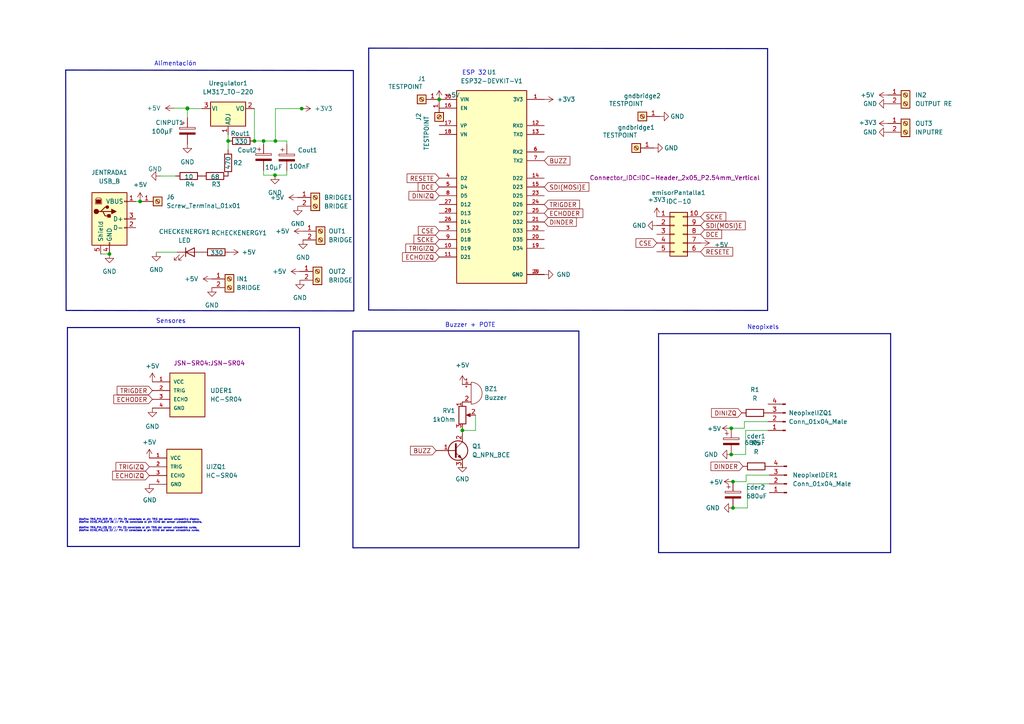
<source format=kicad_sch>
(kicad_sch (version 20211123) (generator eeschema)

  (uuid 9538e4ed-27e6-4c37-b989-9859dc0d49e8)

  (paper "A4")

  (lib_symbols
    (symbol "Connector:Conn_01x04_Male" (pin_names (offset 1.016) hide) (in_bom yes) (on_board yes)
      (property "Reference" "J" (id 0) (at 0 5.08 0)
        (effects (font (size 1.27 1.27)))
      )
      (property "Value" "Conn_01x04_Male" (id 1) (at 0 -7.62 0)
        (effects (font (size 1.27 1.27)))
      )
      (property "Footprint" "" (id 2) (at 0 0 0)
        (effects (font (size 1.27 1.27)) hide)
      )
      (property "Datasheet" "~" (id 3) (at 0 0 0)
        (effects (font (size 1.27 1.27)) hide)
      )
      (property "ki_keywords" "connector" (id 4) (at 0 0 0)
        (effects (font (size 1.27 1.27)) hide)
      )
      (property "ki_description" "Generic connector, single row, 01x04, script generated (kicad-library-utils/schlib/autogen/connector/)" (id 5) (at 0 0 0)
        (effects (font (size 1.27 1.27)) hide)
      )
      (property "ki_fp_filters" "Connector*:*_1x??_*" (id 6) (at 0 0 0)
        (effects (font (size 1.27 1.27)) hide)
      )
      (symbol "Conn_01x04_Male_1_1"
        (polyline
          (pts
            (xy 1.27 -5.08)
            (xy 0.8636 -5.08)
          )
          (stroke (width 0.1524) (type default) (color 0 0 0 0))
          (fill (type none))
        )
        (polyline
          (pts
            (xy 1.27 -2.54)
            (xy 0.8636 -2.54)
          )
          (stroke (width 0.1524) (type default) (color 0 0 0 0))
          (fill (type none))
        )
        (polyline
          (pts
            (xy 1.27 0)
            (xy 0.8636 0)
          )
          (stroke (width 0.1524) (type default) (color 0 0 0 0))
          (fill (type none))
        )
        (polyline
          (pts
            (xy 1.27 2.54)
            (xy 0.8636 2.54)
          )
          (stroke (width 0.1524) (type default) (color 0 0 0 0))
          (fill (type none))
        )
        (rectangle (start 0.8636 -4.953) (end 0 -5.207)
          (stroke (width 0.1524) (type default) (color 0 0 0 0))
          (fill (type outline))
        )
        (rectangle (start 0.8636 -2.413) (end 0 -2.667)
          (stroke (width 0.1524) (type default) (color 0 0 0 0))
          (fill (type outline))
        )
        (rectangle (start 0.8636 0.127) (end 0 -0.127)
          (stroke (width 0.1524) (type default) (color 0 0 0 0))
          (fill (type outline))
        )
        (rectangle (start 0.8636 2.667) (end 0 2.413)
          (stroke (width 0.1524) (type default) (color 0 0 0 0))
          (fill (type outline))
        )
        (pin passive line (at 5.08 2.54 180) (length 3.81)
          (name "Pin_1" (effects (font (size 1.27 1.27))))
          (number "1" (effects (font (size 1.27 1.27))))
        )
        (pin passive line (at 5.08 0 180) (length 3.81)
          (name "Pin_2" (effects (font (size 1.27 1.27))))
          (number "2" (effects (font (size 1.27 1.27))))
        )
        (pin passive line (at 5.08 -2.54 180) (length 3.81)
          (name "Pin_3" (effects (font (size 1.27 1.27))))
          (number "3" (effects (font (size 1.27 1.27))))
        )
        (pin passive line (at 5.08 -5.08 180) (length 3.81)
          (name "Pin_4" (effects (font (size 1.27 1.27))))
          (number "4" (effects (font (size 1.27 1.27))))
        )
      )
    )
    (symbol "Connector:Screw_Terminal_01x01" (pin_names (offset 1.016) hide) (in_bom yes) (on_board yes)
      (property "Reference" "J" (id 0) (at 0 2.54 0)
        (effects (font (size 1.27 1.27)))
      )
      (property "Value" "Screw_Terminal_01x01" (id 1) (at 0 -2.54 0)
        (effects (font (size 1.27 1.27)))
      )
      (property "Footprint" "" (id 2) (at 0 0 0)
        (effects (font (size 1.27 1.27)) hide)
      )
      (property "Datasheet" "~" (id 3) (at 0 0 0)
        (effects (font (size 1.27 1.27)) hide)
      )
      (property "ki_keywords" "screw terminal" (id 4) (at 0 0 0)
        (effects (font (size 1.27 1.27)) hide)
      )
      (property "ki_description" "Generic screw terminal, single row, 01x01, script generated (kicad-library-utils/schlib/autogen/connector/)" (id 5) (at 0 0 0)
        (effects (font (size 1.27 1.27)) hide)
      )
      (property "ki_fp_filters" "TerminalBlock*:*" (id 6) (at 0 0 0)
        (effects (font (size 1.27 1.27)) hide)
      )
      (symbol "Screw_Terminal_01x01_1_1"
        (rectangle (start -1.27 1.27) (end 1.27 -1.27)
          (stroke (width 0.254) (type default) (color 0 0 0 0))
          (fill (type background))
        )
        (polyline
          (pts
            (xy -0.5334 0.3302)
            (xy 0.3302 -0.508)
          )
          (stroke (width 0.1524) (type default) (color 0 0 0 0))
          (fill (type none))
        )
        (polyline
          (pts
            (xy -0.3556 0.508)
            (xy 0.508 -0.3302)
          )
          (stroke (width 0.1524) (type default) (color 0 0 0 0))
          (fill (type none))
        )
        (circle (center 0 0) (radius 0.635)
          (stroke (width 0.1524) (type default) (color 0 0 0 0))
          (fill (type none))
        )
        (pin passive line (at -5.08 0 0) (length 3.81)
          (name "Pin_1" (effects (font (size 1.27 1.27))))
          (number "1" (effects (font (size 1.27 1.27))))
        )
      )
    )
    (symbol "Connector:Screw_Terminal_01x02" (pin_names (offset 1.016) hide) (in_bom yes) (on_board yes)
      (property "Reference" "J" (id 0) (at 0 2.54 0)
        (effects (font (size 1.27 1.27)))
      )
      (property "Value" "Screw_Terminal_01x02" (id 1) (at 0 -5.08 0)
        (effects (font (size 1.27 1.27)))
      )
      (property "Footprint" "" (id 2) (at 0 0 0)
        (effects (font (size 1.27 1.27)) hide)
      )
      (property "Datasheet" "~" (id 3) (at 0 0 0)
        (effects (font (size 1.27 1.27)) hide)
      )
      (property "ki_keywords" "screw terminal" (id 4) (at 0 0 0)
        (effects (font (size 1.27 1.27)) hide)
      )
      (property "ki_description" "Generic screw terminal, single row, 01x02, script generated (kicad-library-utils/schlib/autogen/connector/)" (id 5) (at 0 0 0)
        (effects (font (size 1.27 1.27)) hide)
      )
      (property "ki_fp_filters" "TerminalBlock*:*" (id 6) (at 0 0 0)
        (effects (font (size 1.27 1.27)) hide)
      )
      (symbol "Screw_Terminal_01x02_1_1"
        (rectangle (start -1.27 1.27) (end 1.27 -3.81)
          (stroke (width 0.254) (type default) (color 0 0 0 0))
          (fill (type background))
        )
        (circle (center 0 -2.54) (radius 0.635)
          (stroke (width 0.1524) (type default) (color 0 0 0 0))
          (fill (type none))
        )
        (polyline
          (pts
            (xy -0.5334 -2.2098)
            (xy 0.3302 -3.048)
          )
          (stroke (width 0.1524) (type default) (color 0 0 0 0))
          (fill (type none))
        )
        (polyline
          (pts
            (xy -0.5334 0.3302)
            (xy 0.3302 -0.508)
          )
          (stroke (width 0.1524) (type default) (color 0 0 0 0))
          (fill (type none))
        )
        (polyline
          (pts
            (xy -0.3556 -2.032)
            (xy 0.508 -2.8702)
          )
          (stroke (width 0.1524) (type default) (color 0 0 0 0))
          (fill (type none))
        )
        (polyline
          (pts
            (xy -0.3556 0.508)
            (xy 0.508 -0.3302)
          )
          (stroke (width 0.1524) (type default) (color 0 0 0 0))
          (fill (type none))
        )
        (circle (center 0 0) (radius 0.635)
          (stroke (width 0.1524) (type default) (color 0 0 0 0))
          (fill (type none))
        )
        (pin passive line (at -5.08 0 0) (length 3.81)
          (name "Pin_1" (effects (font (size 1.27 1.27))))
          (number "1" (effects (font (size 1.27 1.27))))
        )
        (pin passive line (at -5.08 -2.54 0) (length 3.81)
          (name "Pin_2" (effects (font (size 1.27 1.27))))
          (number "2" (effects (font (size 1.27 1.27))))
        )
      )
    )
    (symbol "Connector:USB_B" (pin_names (offset 1.016)) (in_bom yes) (on_board yes)
      (property "Reference" "J" (id 0) (at -5.08 11.43 0)
        (effects (font (size 1.27 1.27)) (justify left))
      )
      (property "Value" "USB_B" (id 1) (at -5.08 8.89 0)
        (effects (font (size 1.27 1.27)) (justify left))
      )
      (property "Footprint" "" (id 2) (at 3.81 -1.27 0)
        (effects (font (size 1.27 1.27)) hide)
      )
      (property "Datasheet" " ~" (id 3) (at 3.81 -1.27 0)
        (effects (font (size 1.27 1.27)) hide)
      )
      (property "ki_keywords" "connector USB" (id 4) (at 0 0 0)
        (effects (font (size 1.27 1.27)) hide)
      )
      (property "ki_description" "USB Type B connector" (id 5) (at 0 0 0)
        (effects (font (size 1.27 1.27)) hide)
      )
      (property "ki_fp_filters" "USB*" (id 6) (at 0 0 0)
        (effects (font (size 1.27 1.27)) hide)
      )
      (symbol "USB_B_0_1"
        (rectangle (start -5.08 -7.62) (end 5.08 7.62)
          (stroke (width 0.254) (type default) (color 0 0 0 0))
          (fill (type background))
        )
        (circle (center -3.81 2.159) (radius 0.635)
          (stroke (width 0.254) (type default) (color 0 0 0 0))
          (fill (type outline))
        )
        (rectangle (start -3.81 5.588) (end -2.54 4.572)
          (stroke (width 0) (type default) (color 0 0 0 0))
          (fill (type outline))
        )
        (circle (center -0.635 3.429) (radius 0.381)
          (stroke (width 0.254) (type default) (color 0 0 0 0))
          (fill (type outline))
        )
        (rectangle (start -0.127 -7.62) (end 0.127 -6.858)
          (stroke (width 0) (type default) (color 0 0 0 0))
          (fill (type none))
        )
        (polyline
          (pts
            (xy -1.905 2.159)
            (xy 0.635 2.159)
          )
          (stroke (width 0.254) (type default) (color 0 0 0 0))
          (fill (type none))
        )
        (polyline
          (pts
            (xy -3.175 2.159)
            (xy -2.54 2.159)
            (xy -1.27 3.429)
            (xy -0.635 3.429)
          )
          (stroke (width 0.254) (type default) (color 0 0 0 0))
          (fill (type none))
        )
        (polyline
          (pts
            (xy -2.54 2.159)
            (xy -1.905 2.159)
            (xy -1.27 0.889)
            (xy 0 0.889)
          )
          (stroke (width 0.254) (type default) (color 0 0 0 0))
          (fill (type none))
        )
        (polyline
          (pts
            (xy 0.635 2.794)
            (xy 0.635 1.524)
            (xy 1.905 2.159)
            (xy 0.635 2.794)
          )
          (stroke (width 0.254) (type default) (color 0 0 0 0))
          (fill (type outline))
        )
        (polyline
          (pts
            (xy -4.064 4.318)
            (xy -2.286 4.318)
            (xy -2.286 5.715)
            (xy -2.667 6.096)
            (xy -3.683 6.096)
            (xy -4.064 5.715)
            (xy -4.064 4.318)
          )
          (stroke (width 0) (type default) (color 0 0 0 0))
          (fill (type none))
        )
        (rectangle (start 0.254 1.27) (end -0.508 0.508)
          (stroke (width 0.254) (type default) (color 0 0 0 0))
          (fill (type outline))
        )
        (rectangle (start 5.08 -2.667) (end 4.318 -2.413)
          (stroke (width 0) (type default) (color 0 0 0 0))
          (fill (type none))
        )
        (rectangle (start 5.08 -0.127) (end 4.318 0.127)
          (stroke (width 0) (type default) (color 0 0 0 0))
          (fill (type none))
        )
        (rectangle (start 5.08 4.953) (end 4.318 5.207)
          (stroke (width 0) (type default) (color 0 0 0 0))
          (fill (type none))
        )
      )
      (symbol "USB_B_1_1"
        (pin power_out line (at 7.62 5.08 180) (length 2.54)
          (name "VBUS" (effects (font (size 1.27 1.27))))
          (number "1" (effects (font (size 1.27 1.27))))
        )
        (pin bidirectional line (at 7.62 -2.54 180) (length 2.54)
          (name "D-" (effects (font (size 1.27 1.27))))
          (number "2" (effects (font (size 1.27 1.27))))
        )
        (pin bidirectional line (at 7.62 0 180) (length 2.54)
          (name "D+" (effects (font (size 1.27 1.27))))
          (number "3" (effects (font (size 1.27 1.27))))
        )
        (pin power_out line (at 0 -10.16 90) (length 2.54)
          (name "GND" (effects (font (size 1.27 1.27))))
          (number "4" (effects (font (size 1.27 1.27))))
        )
        (pin passive line (at -2.54 -10.16 90) (length 2.54)
          (name "Shield" (effects (font (size 1.27 1.27))))
          (number "5" (effects (font (size 1.27 1.27))))
        )
      )
    )
    (symbol "Connector_Generic:Conn_02x05_Counter_Clockwise" (pin_names (offset 1.016) hide) (in_bom yes) (on_board yes)
      (property "Reference" "J" (id 0) (at 1.27 7.62 0)
        (effects (font (size 1.27 1.27)))
      )
      (property "Value" "Conn_02x05_Counter_Clockwise" (id 1) (at 1.27 -7.62 0)
        (effects (font (size 1.27 1.27)))
      )
      (property "Footprint" "" (id 2) (at 0 0 0)
        (effects (font (size 1.27 1.27)) hide)
      )
      (property "Datasheet" "~" (id 3) (at 0 0 0)
        (effects (font (size 1.27 1.27)) hide)
      )
      (property "ki_keywords" "connector" (id 4) (at 0 0 0)
        (effects (font (size 1.27 1.27)) hide)
      )
      (property "ki_description" "Generic connector, double row, 02x05, counter clockwise pin numbering scheme (similar to DIP packge numbering), script generated (kicad-library-utils/schlib/autogen/connector/)" (id 5) (at 0 0 0)
        (effects (font (size 1.27 1.27)) hide)
      )
      (property "ki_fp_filters" "Connector*:*_2x??_*" (id 6) (at 0 0 0)
        (effects (font (size 1.27 1.27)) hide)
      )
      (symbol "Conn_02x05_Counter_Clockwise_1_1"
        (rectangle (start -1.27 -4.953) (end 0 -5.207)
          (stroke (width 0.1524) (type default) (color 0 0 0 0))
          (fill (type none))
        )
        (rectangle (start -1.27 -2.413) (end 0 -2.667)
          (stroke (width 0.1524) (type default) (color 0 0 0 0))
          (fill (type none))
        )
        (rectangle (start -1.27 0.127) (end 0 -0.127)
          (stroke (width 0.1524) (type default) (color 0 0 0 0))
          (fill (type none))
        )
        (rectangle (start -1.27 2.667) (end 0 2.413)
          (stroke (width 0.1524) (type default) (color 0 0 0 0))
          (fill (type none))
        )
        (rectangle (start -1.27 5.207) (end 0 4.953)
          (stroke (width 0.1524) (type default) (color 0 0 0 0))
          (fill (type none))
        )
        (rectangle (start -1.27 6.35) (end 3.81 -6.35)
          (stroke (width 0.254) (type default) (color 0 0 0 0))
          (fill (type background))
        )
        (rectangle (start 3.81 -4.953) (end 2.54 -5.207)
          (stroke (width 0.1524) (type default) (color 0 0 0 0))
          (fill (type none))
        )
        (rectangle (start 3.81 -2.413) (end 2.54 -2.667)
          (stroke (width 0.1524) (type default) (color 0 0 0 0))
          (fill (type none))
        )
        (rectangle (start 3.81 0.127) (end 2.54 -0.127)
          (stroke (width 0.1524) (type default) (color 0 0 0 0))
          (fill (type none))
        )
        (rectangle (start 3.81 2.667) (end 2.54 2.413)
          (stroke (width 0.1524) (type default) (color 0 0 0 0))
          (fill (type none))
        )
        (rectangle (start 3.81 5.207) (end 2.54 4.953)
          (stroke (width 0.1524) (type default) (color 0 0 0 0))
          (fill (type none))
        )
        (pin passive line (at -5.08 5.08 0) (length 3.81)
          (name "Pin_1" (effects (font (size 1.27 1.27))))
          (number "1" (effects (font (size 1.27 1.27))))
        )
        (pin passive line (at 7.62 5.08 180) (length 3.81)
          (name "Pin_10" (effects (font (size 1.27 1.27))))
          (number "10" (effects (font (size 1.27 1.27))))
        )
        (pin passive line (at -5.08 2.54 0) (length 3.81)
          (name "Pin_2" (effects (font (size 1.27 1.27))))
          (number "2" (effects (font (size 1.27 1.27))))
        )
        (pin passive line (at -5.08 0 0) (length 3.81)
          (name "Pin_3" (effects (font (size 1.27 1.27))))
          (number "3" (effects (font (size 1.27 1.27))))
        )
        (pin passive line (at -5.08 -2.54 0) (length 3.81)
          (name "Pin_4" (effects (font (size 1.27 1.27))))
          (number "4" (effects (font (size 1.27 1.27))))
        )
        (pin passive line (at -5.08 -5.08 0) (length 3.81)
          (name "Pin_5" (effects (font (size 1.27 1.27))))
          (number "5" (effects (font (size 1.27 1.27))))
        )
        (pin passive line (at 7.62 -5.08 180) (length 3.81)
          (name "Pin_6" (effects (font (size 1.27 1.27))))
          (number "6" (effects (font (size 1.27 1.27))))
        )
        (pin passive line (at 7.62 -2.54 180) (length 3.81)
          (name "Pin_7" (effects (font (size 1.27 1.27))))
          (number "7" (effects (font (size 1.27 1.27))))
        )
        (pin passive line (at 7.62 0 180) (length 3.81)
          (name "Pin_8" (effects (font (size 1.27 1.27))))
          (number "8" (effects (font (size 1.27 1.27))))
        )
        (pin passive line (at 7.62 2.54 180) (length 3.81)
          (name "Pin_9" (effects (font (size 1.27 1.27))))
          (number "9" (effects (font (size 1.27 1.27))))
        )
      )
    )
    (symbol "Device:Buzzer" (pin_names (offset 0.0254) hide) (in_bom yes) (on_board yes)
      (property "Reference" "BZ" (id 0) (at 3.81 1.27 0)
        (effects (font (size 1.27 1.27)) (justify left))
      )
      (property "Value" "Buzzer" (id 1) (at 3.81 -1.27 0)
        (effects (font (size 1.27 1.27)) (justify left))
      )
      (property "Footprint" "" (id 2) (at -0.635 2.54 90)
        (effects (font (size 1.27 1.27)) hide)
      )
      (property "Datasheet" "~" (id 3) (at -0.635 2.54 90)
        (effects (font (size 1.27 1.27)) hide)
      )
      (property "ki_keywords" "quartz resonator ceramic" (id 4) (at 0 0 0)
        (effects (font (size 1.27 1.27)) hide)
      )
      (property "ki_description" "Buzzer, polarized" (id 5) (at 0 0 0)
        (effects (font (size 1.27 1.27)) hide)
      )
      (property "ki_fp_filters" "*Buzzer*" (id 6) (at 0 0 0)
        (effects (font (size 1.27 1.27)) hide)
      )
      (symbol "Buzzer_0_1"
        (arc (start 0 -3.175) (mid 3.175 0) (end 0 3.175)
          (stroke (width 0) (type default) (color 0 0 0 0))
          (fill (type none))
        )
        (polyline
          (pts
            (xy -1.651 1.905)
            (xy -1.143 1.905)
          )
          (stroke (width 0) (type default) (color 0 0 0 0))
          (fill (type none))
        )
        (polyline
          (pts
            (xy -1.397 2.159)
            (xy -1.397 1.651)
          )
          (stroke (width 0) (type default) (color 0 0 0 0))
          (fill (type none))
        )
        (polyline
          (pts
            (xy 0 3.175)
            (xy 0 -3.175)
          )
          (stroke (width 0) (type default) (color 0 0 0 0))
          (fill (type none))
        )
      )
      (symbol "Buzzer_1_1"
        (pin passive line (at -2.54 2.54 0) (length 2.54)
          (name "-" (effects (font (size 1.27 1.27))))
          (number "1" (effects (font (size 1.27 1.27))))
        )
        (pin passive line (at -2.54 -2.54 0) (length 2.54)
          (name "+" (effects (font (size 1.27 1.27))))
          (number "2" (effects (font (size 1.27 1.27))))
        )
      )
    )
    (symbol "Device:C_Polarized" (pin_numbers hide) (pin_names (offset 0.254)) (in_bom yes) (on_board yes)
      (property "Reference" "C" (id 0) (at 0.635 2.54 0)
        (effects (font (size 1.27 1.27)) (justify left))
      )
      (property "Value" "C_Polarized" (id 1) (at 0.635 -2.54 0)
        (effects (font (size 1.27 1.27)) (justify left))
      )
      (property "Footprint" "" (id 2) (at 0.9652 -3.81 0)
        (effects (font (size 1.27 1.27)) hide)
      )
      (property "Datasheet" "~" (id 3) (at 0 0 0)
        (effects (font (size 1.27 1.27)) hide)
      )
      (property "ki_keywords" "cap capacitor" (id 4) (at 0 0 0)
        (effects (font (size 1.27 1.27)) hide)
      )
      (property "ki_description" "Polarized capacitor" (id 5) (at 0 0 0)
        (effects (font (size 1.27 1.27)) hide)
      )
      (property "ki_fp_filters" "CP_*" (id 6) (at 0 0 0)
        (effects (font (size 1.27 1.27)) hide)
      )
      (symbol "C_Polarized_0_1"
        (rectangle (start -2.286 0.508) (end 2.286 1.016)
          (stroke (width 0) (type default) (color 0 0 0 0))
          (fill (type none))
        )
        (polyline
          (pts
            (xy -1.778 2.286)
            (xy -0.762 2.286)
          )
          (stroke (width 0) (type default) (color 0 0 0 0))
          (fill (type none))
        )
        (polyline
          (pts
            (xy -1.27 2.794)
            (xy -1.27 1.778)
          )
          (stroke (width 0) (type default) (color 0 0 0 0))
          (fill (type none))
        )
        (rectangle (start 2.286 -0.508) (end -2.286 -1.016)
          (stroke (width 0) (type default) (color 0 0 0 0))
          (fill (type outline))
        )
      )
      (symbol "C_Polarized_1_1"
        (pin passive line (at 0 3.81 270) (length 2.794)
          (name "~" (effects (font (size 1.27 1.27))))
          (number "1" (effects (font (size 1.27 1.27))))
        )
        (pin passive line (at 0 -3.81 90) (length 2.794)
          (name "~" (effects (font (size 1.27 1.27))))
          (number "2" (effects (font (size 1.27 1.27))))
        )
      )
    )
    (symbol "Device:LED" (pin_numbers hide) (pin_names (offset 1.016) hide) (in_bom yes) (on_board yes)
      (property "Reference" "D" (id 0) (at 0 2.54 0)
        (effects (font (size 1.27 1.27)))
      )
      (property "Value" "LED" (id 1) (at 0 -2.54 0)
        (effects (font (size 1.27 1.27)))
      )
      (property "Footprint" "" (id 2) (at 0 0 0)
        (effects (font (size 1.27 1.27)) hide)
      )
      (property "Datasheet" "~" (id 3) (at 0 0 0)
        (effects (font (size 1.27 1.27)) hide)
      )
      (property "ki_keywords" "LED diode" (id 4) (at 0 0 0)
        (effects (font (size 1.27 1.27)) hide)
      )
      (property "ki_description" "Light emitting diode" (id 5) (at 0 0 0)
        (effects (font (size 1.27 1.27)) hide)
      )
      (property "ki_fp_filters" "LED* LED_SMD:* LED_THT:*" (id 6) (at 0 0 0)
        (effects (font (size 1.27 1.27)) hide)
      )
      (symbol "LED_0_1"
        (polyline
          (pts
            (xy -1.27 -1.27)
            (xy -1.27 1.27)
          )
          (stroke (width 0.254) (type default) (color 0 0 0 0))
          (fill (type none))
        )
        (polyline
          (pts
            (xy -1.27 0)
            (xy 1.27 0)
          )
          (stroke (width 0) (type default) (color 0 0 0 0))
          (fill (type none))
        )
        (polyline
          (pts
            (xy 1.27 -1.27)
            (xy 1.27 1.27)
            (xy -1.27 0)
            (xy 1.27 -1.27)
          )
          (stroke (width 0.254) (type default) (color 0 0 0 0))
          (fill (type none))
        )
        (polyline
          (pts
            (xy -3.048 -0.762)
            (xy -4.572 -2.286)
            (xy -3.81 -2.286)
            (xy -4.572 -2.286)
            (xy -4.572 -1.524)
          )
          (stroke (width 0) (type default) (color 0 0 0 0))
          (fill (type none))
        )
        (polyline
          (pts
            (xy -1.778 -0.762)
            (xy -3.302 -2.286)
            (xy -2.54 -2.286)
            (xy -3.302 -2.286)
            (xy -3.302 -1.524)
          )
          (stroke (width 0) (type default) (color 0 0 0 0))
          (fill (type none))
        )
      )
      (symbol "LED_1_1"
        (pin passive line (at -3.81 0 0) (length 2.54)
          (name "K" (effects (font (size 1.27 1.27))))
          (number "1" (effects (font (size 1.27 1.27))))
        )
        (pin passive line (at 3.81 0 180) (length 2.54)
          (name "A" (effects (font (size 1.27 1.27))))
          (number "2" (effects (font (size 1.27 1.27))))
        )
      )
    )
    (symbol "Device:Q_NPN_BCE" (pin_names (offset 0) hide) (in_bom yes) (on_board yes)
      (property "Reference" "Q" (id 0) (at 5.08 1.27 0)
        (effects (font (size 1.27 1.27)) (justify left))
      )
      (property "Value" "Q_NPN_BCE" (id 1) (at 5.08 -1.27 0)
        (effects (font (size 1.27 1.27)) (justify left))
      )
      (property "Footprint" "" (id 2) (at 5.08 2.54 0)
        (effects (font (size 1.27 1.27)) hide)
      )
      (property "Datasheet" "~" (id 3) (at 0 0 0)
        (effects (font (size 1.27 1.27)) hide)
      )
      (property "ki_keywords" "transistor NPN" (id 4) (at 0 0 0)
        (effects (font (size 1.27 1.27)) hide)
      )
      (property "ki_description" "NPN transistor, base/collector/emitter" (id 5) (at 0 0 0)
        (effects (font (size 1.27 1.27)) hide)
      )
      (symbol "Q_NPN_BCE_0_1"
        (polyline
          (pts
            (xy 0.635 0.635)
            (xy 2.54 2.54)
          )
          (stroke (width 0) (type default) (color 0 0 0 0))
          (fill (type none))
        )
        (polyline
          (pts
            (xy 0.635 -0.635)
            (xy 2.54 -2.54)
            (xy 2.54 -2.54)
          )
          (stroke (width 0) (type default) (color 0 0 0 0))
          (fill (type none))
        )
        (polyline
          (pts
            (xy 0.635 1.905)
            (xy 0.635 -1.905)
            (xy 0.635 -1.905)
          )
          (stroke (width 0.508) (type default) (color 0 0 0 0))
          (fill (type none))
        )
        (polyline
          (pts
            (xy 1.27 -1.778)
            (xy 1.778 -1.27)
            (xy 2.286 -2.286)
            (xy 1.27 -1.778)
            (xy 1.27 -1.778)
          )
          (stroke (width 0) (type default) (color 0 0 0 0))
          (fill (type outline))
        )
        (circle (center 1.27 0) (radius 2.8194)
          (stroke (width 0.254) (type default) (color 0 0 0 0))
          (fill (type none))
        )
      )
      (symbol "Q_NPN_BCE_1_1"
        (pin input line (at -5.08 0 0) (length 5.715)
          (name "B" (effects (font (size 1.27 1.27))))
          (number "1" (effects (font (size 1.27 1.27))))
        )
        (pin passive line (at 2.54 5.08 270) (length 2.54)
          (name "C" (effects (font (size 1.27 1.27))))
          (number "2" (effects (font (size 1.27 1.27))))
        )
        (pin passive line (at 2.54 -5.08 90) (length 2.54)
          (name "E" (effects (font (size 1.27 1.27))))
          (number "3" (effects (font (size 1.27 1.27))))
        )
      )
    )
    (symbol "Device:R" (pin_numbers hide) (pin_names (offset 0)) (in_bom yes) (on_board yes)
      (property "Reference" "R" (id 0) (at 2.032 0 90)
        (effects (font (size 1.27 1.27)))
      )
      (property "Value" "R" (id 1) (at 0 0 90)
        (effects (font (size 1.27 1.27)))
      )
      (property "Footprint" "" (id 2) (at -1.778 0 90)
        (effects (font (size 1.27 1.27)) hide)
      )
      (property "Datasheet" "~" (id 3) (at 0 0 0)
        (effects (font (size 1.27 1.27)) hide)
      )
      (property "ki_keywords" "R res resistor" (id 4) (at 0 0 0)
        (effects (font (size 1.27 1.27)) hide)
      )
      (property "ki_description" "Resistor" (id 5) (at 0 0 0)
        (effects (font (size 1.27 1.27)) hide)
      )
      (property "ki_fp_filters" "R_*" (id 6) (at 0 0 0)
        (effects (font (size 1.27 1.27)) hide)
      )
      (symbol "R_0_1"
        (rectangle (start -1.016 -2.54) (end 1.016 2.54)
          (stroke (width 0.254) (type default) (color 0 0 0 0))
          (fill (type none))
        )
      )
      (symbol "R_1_1"
        (pin passive line (at 0 3.81 270) (length 1.27)
          (name "~" (effects (font (size 1.27 1.27))))
          (number "1" (effects (font (size 1.27 1.27))))
        )
        (pin passive line (at 0 -3.81 90) (length 1.27)
          (name "~" (effects (font (size 1.27 1.27))))
          (number "2" (effects (font (size 1.27 1.27))))
        )
      )
    )
    (symbol "Device:R_Potentiometer" (pin_names (offset 1.016) hide) (in_bom yes) (on_board yes)
      (property "Reference" "RV" (id 0) (at -4.445 0 90)
        (effects (font (size 1.27 1.27)))
      )
      (property "Value" "R_Potentiometer" (id 1) (at -2.54 0 90)
        (effects (font (size 1.27 1.27)))
      )
      (property "Footprint" "" (id 2) (at 0 0 0)
        (effects (font (size 1.27 1.27)) hide)
      )
      (property "Datasheet" "~" (id 3) (at 0 0 0)
        (effects (font (size 1.27 1.27)) hide)
      )
      (property "ki_keywords" "resistor variable" (id 4) (at 0 0 0)
        (effects (font (size 1.27 1.27)) hide)
      )
      (property "ki_description" "Potentiometer" (id 5) (at 0 0 0)
        (effects (font (size 1.27 1.27)) hide)
      )
      (property "ki_fp_filters" "Potentiometer*" (id 6) (at 0 0 0)
        (effects (font (size 1.27 1.27)) hide)
      )
      (symbol "R_Potentiometer_0_1"
        (polyline
          (pts
            (xy 2.54 0)
            (xy 1.524 0)
          )
          (stroke (width 0) (type default) (color 0 0 0 0))
          (fill (type none))
        )
        (polyline
          (pts
            (xy 1.143 0)
            (xy 2.286 0.508)
            (xy 2.286 -0.508)
            (xy 1.143 0)
          )
          (stroke (width 0) (type default) (color 0 0 0 0))
          (fill (type outline))
        )
        (rectangle (start 1.016 2.54) (end -1.016 -2.54)
          (stroke (width 0.254) (type default) (color 0 0 0 0))
          (fill (type none))
        )
      )
      (symbol "R_Potentiometer_1_1"
        (pin passive line (at 0 3.81 270) (length 1.27)
          (name "1" (effects (font (size 1.27 1.27))))
          (number "1" (effects (font (size 1.27 1.27))))
        )
        (pin passive line (at 3.81 0 180) (length 1.27)
          (name "2" (effects (font (size 1.27 1.27))))
          (number "2" (effects (font (size 1.27 1.27))))
        )
        (pin passive line (at 0 -3.81 90) (length 1.27)
          (name "3" (effects (font (size 1.27 1.27))))
          (number "3" (effects (font (size 1.27 1.27))))
        )
      )
    )
    (symbol "ESP32-DEVKIT-V1:ESP32-DEVKIT-V1" (pin_names (offset 1.016)) (in_bom yes) (on_board yes)
      (property "Reference" "U" (id 0) (at -10.16 30.48 0)
        (effects (font (size 1.27 1.27)) (justify left top))
      )
      (property "Value" "ESP32-DEVKIT-V1" (id 1) (at -10.16 -30.48 0)
        (effects (font (size 1.27 1.27)) (justify left bottom))
      )
      (property "Footprint" "MODULE_ESP32_DEVKIT_V1" (id 2) (at 0 0 0)
        (effects (font (size 1.27 1.27)) (justify bottom) hide)
      )
      (property "Datasheet" "" (id 3) (at 0 0 0)
        (effects (font (size 1.27 1.27)) hide)
      )
      (property "PARTREV" "N/A" (id 4) (at 0 0 0)
        (effects (font (size 1.27 1.27)) (justify bottom) hide)
      )
      (property "STANDARD" "Manufacturer Recommendations" (id 5) (at 0 0 0)
        (effects (font (size 1.27 1.27)) (justify bottom) hide)
      )
      (property "MAXIMUM_PACKAGE_HEIGHT" "6.8 mm" (id 6) (at 0 0 0)
        (effects (font (size 1.27 1.27)) (justify bottom) hide)
      )
      (property "MANUFACTURER" "DOIT" (id 7) (at 0 0 0)
        (effects (font (size 1.27 1.27)) (justify bottom) hide)
      )
      (symbol "ESP32-DEVKIT-V1_0_0"
        (rectangle (start -10.16 -27.94) (end 10.16 27.94)
          (stroke (width 0.254) (type default) (color 0 0 0 0))
          (fill (type background))
        )
        (pin output line (at 15.24 25.4 180) (length 5.08)
          (name "3V3" (effects (font (size 1.016 1.016))))
          (number "1" (effects (font (size 1.016 1.016))))
        )
        (pin bidirectional line (at -15.24 -17.78 0) (length 5.08)
          (name "D19" (effects (font (size 1.016 1.016))))
          (number "10" (effects (font (size 1.016 1.016))))
        )
        (pin bidirectional line (at -15.24 -20.32 0) (length 5.08)
          (name "D21" (effects (font (size 1.016 1.016))))
          (number "11" (effects (font (size 1.016 1.016))))
        )
        (pin input line (at 15.24 17.78 180) (length 5.08)
          (name "RX0" (effects (font (size 1.016 1.016))))
          (number "12" (effects (font (size 1.016 1.016))))
        )
        (pin output line (at 15.24 15.24 180) (length 5.08)
          (name "TX0" (effects (font (size 1.016 1.016))))
          (number "13" (effects (font (size 1.016 1.016))))
        )
        (pin bidirectional line (at 15.24 2.54 180) (length 5.08)
          (name "D22" (effects (font (size 1.016 1.016))))
          (number "14" (effects (font (size 1.016 1.016))))
        )
        (pin bidirectional line (at 15.24 0 180) (length 5.08)
          (name "D23" (effects (font (size 1.016 1.016))))
          (number "15" (effects (font (size 1.016 1.016))))
        )
        (pin input line (at -15.24 22.86 0) (length 5.08)
          (name "EN" (effects (font (size 1.016 1.016))))
          (number "16" (effects (font (size 1.016 1.016))))
        )
        (pin bidirectional line (at -15.24 17.78 0) (length 5.08)
          (name "VP" (effects (font (size 1.016 1.016))))
          (number "17" (effects (font (size 1.016 1.016))))
        )
        (pin bidirectional line (at -15.24 15.24 0) (length 5.08)
          (name "VN" (effects (font (size 1.016 1.016))))
          (number "18" (effects (font (size 1.016 1.016))))
        )
        (pin bidirectional line (at 15.24 -17.78 180) (length 5.08)
          (name "D34" (effects (font (size 1.016 1.016))))
          (number "19" (effects (font (size 1.016 1.016))))
        )
        (pin power_in line (at 15.24 -25.4 180) (length 5.08)
          (name "GND" (effects (font (size 1.016 1.016))))
          (number "2" (effects (font (size 1.016 1.016))))
        )
        (pin bidirectional line (at 15.24 -15.24 180) (length 5.08)
          (name "D35" (effects (font (size 1.016 1.016))))
          (number "20" (effects (font (size 1.016 1.016))))
        )
        (pin bidirectional line (at 15.24 -10.16 180) (length 5.08)
          (name "D32" (effects (font (size 1.016 1.016))))
          (number "21" (effects (font (size 1.016 1.016))))
        )
        (pin bidirectional line (at 15.24 -12.7 180) (length 5.08)
          (name "D33" (effects (font (size 1.016 1.016))))
          (number "22" (effects (font (size 1.016 1.016))))
        )
        (pin bidirectional line (at 15.24 -2.54 180) (length 5.08)
          (name "D25" (effects (font (size 1.016 1.016))))
          (number "23" (effects (font (size 1.016 1.016))))
        )
        (pin bidirectional line (at 15.24 -5.08 180) (length 5.08)
          (name "D26" (effects (font (size 1.016 1.016))))
          (number "24" (effects (font (size 1.016 1.016))))
        )
        (pin bidirectional line (at 15.24 -7.62 180) (length 5.08)
          (name "D27" (effects (font (size 1.016 1.016))))
          (number "25" (effects (font (size 1.016 1.016))))
        )
        (pin bidirectional line (at -15.24 -10.16 0) (length 5.08)
          (name "D14" (effects (font (size 1.016 1.016))))
          (number "26" (effects (font (size 1.016 1.016))))
        )
        (pin bidirectional line (at -15.24 -5.08 0) (length 5.08)
          (name "D12" (effects (font (size 1.016 1.016))))
          (number "27" (effects (font (size 1.016 1.016))))
        )
        (pin bidirectional line (at -15.24 -7.62 0) (length 5.08)
          (name "D13" (effects (font (size 1.016 1.016))))
          (number "28" (effects (font (size 1.016 1.016))))
        )
        (pin power_in line (at 15.24 -25.4 180) (length 5.08)
          (name "GND" (effects (font (size 1.016 1.016))))
          (number "29" (effects (font (size 1.016 1.016))))
        )
        (pin bidirectional line (at -15.24 -12.7 0) (length 5.08)
          (name "D15" (effects (font (size 1.016 1.016))))
          (number "3" (effects (font (size 1.016 1.016))))
        )
        (pin input line (at -15.24 25.4 0) (length 5.08)
          (name "VIN" (effects (font (size 1.016 1.016))))
          (number "30" (effects (font (size 1.016 1.016))))
        )
        (pin bidirectional line (at -15.24 2.54 0) (length 5.08)
          (name "D2" (effects (font (size 1.016 1.016))))
          (number "4" (effects (font (size 1.016 1.016))))
        )
        (pin bidirectional line (at -15.24 0 0) (length 5.08)
          (name "D4" (effects (font (size 1.016 1.016))))
          (number "5" (effects (font (size 1.016 1.016))))
        )
        (pin input line (at 15.24 10.16 180) (length 5.08)
          (name "RX2" (effects (font (size 1.016 1.016))))
          (number "6" (effects (font (size 1.016 1.016))))
        )
        (pin output line (at 15.24 7.62 180) (length 5.08)
          (name "TX2" (effects (font (size 1.016 1.016))))
          (number "7" (effects (font (size 1.016 1.016))))
        )
        (pin bidirectional line (at -15.24 -2.54 0) (length 5.08)
          (name "D5" (effects (font (size 1.016 1.016))))
          (number "8" (effects (font (size 1.016 1.016))))
        )
        (pin bidirectional line (at -15.24 -15.24 0) (length 5.08)
          (name "D18" (effects (font (size 1.016 1.016))))
          (number "9" (effects (font (size 1.016 1.016))))
        )
      )
    )
    (symbol "HC-SR04:HC-SR04" (pin_names (offset 1.016)) (in_bom yes) (on_board yes)
      (property "Reference" "U" (id 0) (at 0 5.0813 0)
        (effects (font (size 1.27 1.27)) (justify left bottom))
      )
      (property "Value" "HC-SR04" (id 1) (at 0 -10.163 0)
        (effects (font (size 1.27 1.27)) (justify left bottom))
      )
      (property "Footprint" "XCVR_HC-SR04" (id 2) (at 0 0 0)
        (effects (font (size 1.27 1.27)) (justify bottom) hide)
      )
      (property "Datasheet" "" (id 3) (at 0 0 0)
        (effects (font (size 1.27 1.27)) hide)
      )
      (property "MANUFACTURER" "Osepp" (id 4) (at 0 0 0)
        (effects (font (size 1.27 1.27)) (justify bottom) hide)
      )
      (symbol "HC-SR04_0_0"
        (rectangle (start 0 -7.62) (end 10.16 5.08)
          (stroke (width 0.254) (type default) (color 0 0 0 0))
          (fill (type background))
        )
        (pin power_in line (at -5.08 2.54 0) (length 5.08)
          (name "VCC" (effects (font (size 1.016 1.016))))
          (number "1" (effects (font (size 1.016 1.016))))
        )
        (pin bidirectional line (at -5.08 0 0) (length 5.08)
          (name "TRIG" (effects (font (size 1.016 1.016))))
          (number "2" (effects (font (size 1.016 1.016))))
        )
        (pin bidirectional line (at -5.08 -2.54 0) (length 5.08)
          (name "ECHO" (effects (font (size 1.016 1.016))))
          (number "3" (effects (font (size 1.016 1.016))))
        )
        (pin power_in line (at -5.08 -5.08 0) (length 5.08)
          (name "GND" (effects (font (size 1.016 1.016))))
          (number "4" (effects (font (size 1.016 1.016))))
        )
      )
    )
    (symbol "R_1" (pin_numbers hide) (pin_names (offset 0) hide) (in_bom yes) (on_board yes)
      (property "Reference" "R" (id 0) (at 2.032 0 90)
        (effects (font (size 1.27 1.27)))
      )
      (property "Value" "R_1" (id 1) (at 0 0 90)
        (effects (font (size 1.27 1.27)))
      )
      (property "Footprint" "" (id 2) (at -1.778 0 90)
        (effects (font (size 1.27 1.27)) hide)
      )
      (property "Datasheet" "~" (id 3) (at 0 0 0)
        (effects (font (size 1.27 1.27)) hide)
      )
      (property "ki_keywords" "R res resistor" (id 4) (at 0 0 0)
        (effects (font (size 1.27 1.27)) hide)
      )
      (property "ki_description" "Resistor" (id 5) (at 0 0 0)
        (effects (font (size 1.27 1.27)) hide)
      )
      (property "ki_fp_filters" "R_*" (id 6) (at 0 0 0)
        (effects (font (size 1.27 1.27)) hide)
      )
      (symbol "R_1_0_1"
        (rectangle (start -1.016 -2.54) (end 1.016 2.54)
          (stroke (width 0.254) (type default) (color 0 0 0 0))
          (fill (type none))
        )
      )
      (symbol "R_1_1_1"
        (pin passive line (at 0 3.81 270) (length 1.27)
          (name "~" (effects (font (size 1.27 1.27))))
          (number "1" (effects (font (size 1.27 1.27))))
        )
        (pin passive line (at 0 -3.81 90) (length 1.27)
          (name "~" (effects (font (size 1.27 1.27))))
          (number "2" (effects (font (size 1.27 1.27))))
        )
      )
    )
    (symbol "Regulator_Linear:LM317_TO-220" (pin_names (offset 0.254)) (in_bom yes) (on_board yes)
      (property "Reference" "U" (id 0) (at -3.81 3.175 0)
        (effects (font (size 1.27 1.27)))
      )
      (property "Value" "LM317_TO-220" (id 1) (at 0 3.175 0)
        (effects (font (size 1.27 1.27)) (justify left))
      )
      (property "Footprint" "Package_TO_SOT_THT:TO-220-3_Vertical" (id 2) (at 0 6.35 0)
        (effects (font (size 1.27 1.27) italic) hide)
      )
      (property "Datasheet" "http://www.ti.com/lit/ds/symlink/lm317.pdf" (id 3) (at 0 0 0)
        (effects (font (size 1.27 1.27)) hide)
      )
      (property "ki_keywords" "Adjustable Voltage Regulator 1A Positive" (id 4) (at 0 0 0)
        (effects (font (size 1.27 1.27)) hide)
      )
      (property "ki_description" "1.5A 35V Adjustable Linear Regulator, TO-220" (id 5) (at 0 0 0)
        (effects (font (size 1.27 1.27)) hide)
      )
      (property "ki_fp_filters" "TO?220*" (id 6) (at 0 0 0)
        (effects (font (size 1.27 1.27)) hide)
      )
      (symbol "LM317_TO-220_0_1"
        (rectangle (start -5.08 1.905) (end 5.08 -5.08)
          (stroke (width 0.254) (type default) (color 0 0 0 0))
          (fill (type background))
        )
      )
      (symbol "LM317_TO-220_1_1"
        (pin input line (at 0 -7.62 90) (length 2.54)
          (name "ADJ" (effects (font (size 1.27 1.27))))
          (number "1" (effects (font (size 1.27 1.27))))
        )
        (pin power_out line (at 7.62 0 180) (length 2.54)
          (name "VO" (effects (font (size 1.27 1.27))))
          (number "2" (effects (font (size 1.27 1.27))))
        )
        (pin power_in line (at -7.62 0 0) (length 2.54)
          (name "VI" (effects (font (size 1.27 1.27))))
          (number "3" (effects (font (size 1.27 1.27))))
        )
      )
    )
    (symbol "power:+3.3V" (power) (pin_names (offset 0)) (in_bom yes) (on_board yes)
      (property "Reference" "#PWR" (id 0) (at 0 -3.81 0)
        (effects (font (size 1.27 1.27)) hide)
      )
      (property "Value" "+3.3V" (id 1) (at 0 3.556 0)
        (effects (font (size 1.27 1.27)))
      )
      (property "Footprint" "" (id 2) (at 0 0 0)
        (effects (font (size 1.27 1.27)) hide)
      )
      (property "Datasheet" "" (id 3) (at 0 0 0)
        (effects (font (size 1.27 1.27)) hide)
      )
      (property "ki_keywords" "power-flag" (id 4) (at 0 0 0)
        (effects (font (size 1.27 1.27)) hide)
      )
      (property "ki_description" "Power symbol creates a global label with name \"+3.3V\"" (id 5) (at 0 0 0)
        (effects (font (size 1.27 1.27)) hide)
      )
      (symbol "+3.3V_0_1"
        (polyline
          (pts
            (xy -0.762 1.27)
            (xy 0 2.54)
          )
          (stroke (width 0) (type default) (color 0 0 0 0))
          (fill (type none))
        )
        (polyline
          (pts
            (xy 0 0)
            (xy 0 2.54)
          )
          (stroke (width 0) (type default) (color 0 0 0 0))
          (fill (type none))
        )
        (polyline
          (pts
            (xy 0 2.54)
            (xy 0.762 1.27)
          )
          (stroke (width 0) (type default) (color 0 0 0 0))
          (fill (type none))
        )
      )
      (symbol "+3.3V_1_1"
        (pin power_in line (at 0 0 90) (length 0) hide
          (name "+3V3" (effects (font (size 1.27 1.27))))
          (number "1" (effects (font (size 1.27 1.27))))
        )
      )
    )
    (symbol "power:+5V" (power) (pin_names (offset 0)) (in_bom yes) (on_board yes)
      (property "Reference" "#PWR" (id 0) (at 0 -3.81 0)
        (effects (font (size 1.27 1.27)) hide)
      )
      (property "Value" "+5V" (id 1) (at 0 3.556 0)
        (effects (font (size 1.27 1.27)))
      )
      (property "Footprint" "" (id 2) (at 0 0 0)
        (effects (font (size 1.27 1.27)) hide)
      )
      (property "Datasheet" "" (id 3) (at 0 0 0)
        (effects (font (size 1.27 1.27)) hide)
      )
      (property "ki_keywords" "power-flag" (id 4) (at 0 0 0)
        (effects (font (size 1.27 1.27)) hide)
      )
      (property "ki_description" "Power symbol creates a global label with name \"+5V\"" (id 5) (at 0 0 0)
        (effects (font (size 1.27 1.27)) hide)
      )
      (symbol "+5V_0_1"
        (polyline
          (pts
            (xy -0.762 1.27)
            (xy 0 2.54)
          )
          (stroke (width 0) (type default) (color 0 0 0 0))
          (fill (type none))
        )
        (polyline
          (pts
            (xy 0 0)
            (xy 0 2.54)
          )
          (stroke (width 0) (type default) (color 0 0 0 0))
          (fill (type none))
        )
        (polyline
          (pts
            (xy 0 2.54)
            (xy 0.762 1.27)
          )
          (stroke (width 0) (type default) (color 0 0 0 0))
          (fill (type none))
        )
      )
      (symbol "+5V_1_1"
        (pin power_in line (at 0 0 90) (length 0) hide
          (name "+5V" (effects (font (size 1.27 1.27))))
          (number "1" (effects (font (size 1.27 1.27))))
        )
      )
    )
    (symbol "power:GND" (power) (pin_names (offset 0)) (in_bom yes) (on_board yes)
      (property "Reference" "#PWR" (id 0) (at 0 -6.35 0)
        (effects (font (size 1.27 1.27)) hide)
      )
      (property "Value" "GND" (id 1) (at 0 -3.81 0)
        (effects (font (size 1.27 1.27)))
      )
      (property "Footprint" "" (id 2) (at 0 0 0)
        (effects (font (size 1.27 1.27)) hide)
      )
      (property "Datasheet" "" (id 3) (at 0 0 0)
        (effects (font (size 1.27 1.27)) hide)
      )
      (property "ki_keywords" "power-flag" (id 4) (at 0 0 0)
        (effects (font (size 1.27 1.27)) hide)
      )
      (property "ki_description" "Power symbol creates a global label with name \"GND\" , ground" (id 5) (at 0 0 0)
        (effects (font (size 1.27 1.27)) hide)
      )
      (symbol "GND_0_1"
        (polyline
          (pts
            (xy 0 0)
            (xy 0 -1.27)
            (xy 1.27 -1.27)
            (xy 0 -2.54)
            (xy -1.27 -1.27)
            (xy 0 -1.27)
          )
          (stroke (width 0) (type default) (color 0 0 0 0))
          (fill (type none))
        )
      )
      (symbol "GND_1_1"
        (pin power_in line (at 0 0 270) (length 0) hide
          (name "GND" (effects (font (size 1.27 1.27))))
          (number "1" (effects (font (size 1.27 1.27))))
        )
      )
    )
  )

  (junction (at 212.09 124.206) (diameter 0) (color 0 0 0 0)
    (uuid 02d00e64-f36d-496e-920c-b627c093fcb9)
  )
  (junction (at 54.356 31.496) (diameter 0) (color 0 0 0 0)
    (uuid 072025a2-fa26-4480-b1de-da32294fd27e)
  )
  (junction (at 79.883 40.894) (diameter 0) (color 0 0 0 0)
    (uuid 178202ad-b52b-4b7e-948d-d31b9846b5ac)
  )
  (junction (at 31.75 73.66) (diameter 0) (color 0 0 0 0)
    (uuid 192f61fc-7dce-45ff-9804-254058671e1e)
  )
  (junction (at 127.381 28.829) (diameter 0) (color 0 0 0 0)
    (uuid 23bf61d0-b3a7-4c1e-81e3-a1b8a900b2ef)
  )
  (junction (at 212.598 139.7) (diameter 0) (color 0 0 0 0)
    (uuid 319d7270-3955-4b59-973b-0cd53949c061)
  )
  (junction (at 134.112 124.841) (diameter 0) (color 0 0 0 0)
    (uuid 439e2db2-11b4-4785-bb13-05534078591c)
  )
  (junction (at 66.167 40.894) (diameter 0) (color 0 0 0 0)
    (uuid 6aa191e9-86f5-451d-826c-379b5717a3eb)
  )
  (junction (at 212.09 131.826) (diameter 0) (color 0 0 0 0)
    (uuid 8433f167-5867-4851-bd15-687c020ad960)
  )
  (junction (at 87.503 31.496) (diameter 0) (color 0 0 0 0)
    (uuid 8927bb10-84b3-4ab5-831e-b0cbcd1b1a95)
  )
  (junction (at 73.787 40.894) (diameter 0) (color 0 0 0 0)
    (uuid 8a1c430a-ce62-42ff-bd3e-8fac9f71a27f)
  )
  (junction (at 79.756 50.8) (diameter 0) (color 0 0 0 0)
    (uuid 9f969691-4f27-4e37-8e5f-03926785611d)
  )
  (junction (at 76.454 40.894) (diameter 0) (color 0 0 0 0)
    (uuid b0e02246-15b6-41c3-9938-1bd4540b97da)
  )
  (junction (at 40.64 58.42) (diameter 0) (color 0 0 0 0)
    (uuid ba4acd38-d9eb-4d8b-b419-7ae4905609f8)
  )
  (junction (at 54.356 31.369) (diameter 0) (color 0 0 0 0)
    (uuid cf2f171e-f6c9-4c57-ae1a-09593bb1a7c4)
  )
  (junction (at 212.598 147.32) (diameter 0) (color 0 0 0 0)
    (uuid fe5fd728-bd00-4d15-89e6-d5d38002dcfa)
  )

  (bus (pts (xy 86.868 158.496) (xy 86.868 94.996))
    (stroke (width 0) (type default) (color 0 0 0 0))
    (uuid 01baf5d7-8575-49fa-b750-4bb78f7ed398)
  )

  (wire (pts (xy 79.883 31.496) (xy 79.883 40.894))
    (stroke (width 0) (type default) (color 0 0 0 0))
    (uuid 0620e152-f63e-448f-8667-128e586c2b54)
  )
  (wire (pts (xy 76.454 40.894) (xy 79.883 40.894))
    (stroke (width 0) (type default) (color 0 0 0 0))
    (uuid 14539841-837a-4cac-aa53-e90d4fa5a3db)
  )
  (wire (pts (xy 216.281 124.841) (xy 216.281 131.826))
    (stroke (width 0) (type default) (color 0 0 0 0))
    (uuid 15dbe7d1-4caa-40d8-9737-4530b7c46cf6)
  )
  (bus (pts (xy 167.894 96.012) (xy 102.362 96.012))
    (stroke (width 0) (type default) (color 0 0 0 0))
    (uuid 1a6f5218-f6ba-4025-b85f-eaea370c70f8)
  )

  (wire (pts (xy 66.167 40.894) (xy 66.167 43.434))
    (stroke (width 0) (type default) (color 0 0 0 0))
    (uuid 1df76287-ee09-49af-af73-de547e0ddfd9)
  )
  (wire (pts (xy 134.112 124.841) (xy 134.112 125.603))
    (stroke (width 0) (type default) (color 0 0 0 0))
    (uuid 1f5beb24-3b2e-478d-868e-22a9166bce3e)
  )
  (bus (pts (xy 258.318 160.274) (xy 258.318 96.774))
    (stroke (width 0) (type default) (color 0 0 0 0))
    (uuid 26fa0e55-ded5-4fdc-9c3a-463e0e15d145)
  )

  (wire (pts (xy 212.598 139.7) (xy 216.408 139.7))
    (stroke (width 0) (type default) (color 0 0 0 0))
    (uuid 2a3ccf77-2a7f-4fa4-b16f-d2531ef50b53)
  )
  (bus (pts (xy 106.934 89.916) (xy 222.631 90.043))
    (stroke (width 0) (type default) (color 0 0 0 0))
    (uuid 2d6a4f0e-aa68-4d44-9390-8ea258fa2bc4)
  )

  (wire (pts (xy 83.185 50.8) (xy 83.185 49.53))
    (stroke (width 0) (type default) (color 0 0 0 0))
    (uuid 322bbbb6-6eba-4f81-8203-d21525b2450a)
  )
  (wire (pts (xy 79.883 31.496) (xy 87.503 31.496))
    (stroke (width 0) (type default) (color 0 0 0 0))
    (uuid 37dd3e81-0331-4798-92fd-f7eb40980447)
  )
  (bus (pts (xy 102.362 96.012) (xy 102.362 158.877))
    (stroke (width 0) (type default) (color 0 0 0 0))
    (uuid 3adecd10-7669-4944-a370-e548af685272)
  )

  (wire (pts (xy 215.9 122.301) (xy 222.758 122.301))
    (stroke (width 0) (type default) (color 0 0 0 0))
    (uuid 3ea9fce1-ce43-4fff-960d-71f8f50ac290)
  )
  (wire (pts (xy 76.454 49.403) (xy 76.454 50.8))
    (stroke (width 0) (type default) (color 0 0 0 0))
    (uuid 3ffe1ccc-ac2c-4703-b7cd-dda2261a6a38)
  )
  (wire (pts (xy 222.758 124.841) (xy 216.281 124.841))
    (stroke (width 0) (type default) (color 0 0 0 0))
    (uuid 40ae2844-b09d-40ea-8053-f3e5c812fb44)
  )
  (wire (pts (xy 73.787 31.496) (xy 73.787 40.894))
    (stroke (width 0) (type default) (color 0 0 0 0))
    (uuid 47d5cc72-ceef-4e03-803d-41288f811413)
  )
  (wire (pts (xy 76.454 50.8) (xy 79.756 50.8))
    (stroke (width 0) (type default) (color 0 0 0 0))
    (uuid 49aa3908-7a0b-45ef-bab0-d23a0a1c343b)
  )
  (bus (pts (xy 106.934 13.97) (xy 222.631 14.097))
    (stroke (width 0) (type default) (color 0 0 0 0))
    (uuid 4a8c099c-07ef-47db-b188-6f8b7978d1d4)
  )

  (wire (pts (xy 216.408 139.7) (xy 216.408 137.795))
    (stroke (width 0) (type default) (color 0 0 0 0))
    (uuid 5b5d3493-668e-42fc-97e7-4d60b8da51f8)
  )
  (wire (pts (xy 58.547 31.496) (xy 54.356 31.496))
    (stroke (width 0) (type default) (color 0 0 0 0))
    (uuid 5e64da7b-3bd0-41fe-88bf-9212aa13facf)
  )
  (wire (pts (xy 54.356 31.496) (xy 54.356 34.163))
    (stroke (width 0) (type default) (color 0 0 0 0))
    (uuid 6112af73-9853-4b4d-ba62-2c6ba2f328f7)
  )
  (wire (pts (xy 137.922 124.841) (xy 137.922 120.396))
    (stroke (width 0) (type default) (color 0 0 0 0))
    (uuid 61e7cee4-8d7a-4ea6-8878-eea22c895cbb)
  )
  (bus (pts (xy 19.177 90.043) (xy 102.616 90.17))
    (stroke (width 0) (type default) (color 0 0 0 0))
    (uuid 633292d3-80c5-4986-be82-ce926e9f09f4)
  )

  (wire (pts (xy 54.356 31.369) (xy 54.356 31.496))
    (stroke (width 0) (type default) (color 0 0 0 0))
    (uuid 6db03ee9-97b1-4252-aa0b-2b07fc903f54)
  )
  (wire (pts (xy 79.756 50.8) (xy 83.185 50.8))
    (stroke (width 0) (type default) (color 0 0 0 0))
    (uuid 746ed2d9-28de-4467-bfbe-91fed9b6f793)
  )
  (bus (pts (xy 19.05 20.32) (xy 19.177 90.043))
    (stroke (width 0) (type default) (color 0 0 0 0))
    (uuid 7744b6ee-910d-401d-b730-65c35d3d8092)
  )

  (wire (pts (xy 215.9 124.206) (xy 215.9 122.301))
    (stroke (width 0) (type default) (color 0 0 0 0))
    (uuid 7a623abf-7530-4fb4-8978-05a3fb43b0e0)
  )
  (wire (pts (xy 39.37 58.42) (xy 40.64 58.42))
    (stroke (width 0) (type default) (color 0 0 0 0))
    (uuid 7c6d62e0-6f12-46b0-92f1-7389c422071c)
  )
  (wire (pts (xy 134.112 124.841) (xy 137.922 124.841))
    (stroke (width 0) (type default) (color 0 0 0 0))
    (uuid 8969c368-9450-49fd-9efc-0e8562dc0033)
  )
  (wire (pts (xy 216.789 147.32) (xy 212.598 147.32))
    (stroke (width 0) (type default) (color 0 0 0 0))
    (uuid 914e8510-7cee-4ecf-b971-aca100b8a740)
  )
  (wire (pts (xy 134.112 135.763) (xy 134.112 134.366))
    (stroke (width 0) (type default) (color 0 0 0 0))
    (uuid 926d1f2a-c336-4c68-9f3d-a7c412b559a3)
  )
  (wire (pts (xy 79.883 40.894) (xy 83.185 40.894))
    (stroke (width 0) (type default) (color 0 0 0 0))
    (uuid 9724c3d3-1466-4e69-88f8-8f5241648226)
  )
  (bus (pts (xy 19.558 94.996) (xy 86.868 94.996))
    (stroke (width 0) (type default) (color 0 0 0 0))
    (uuid 9c3666ff-48f7-42fc-87ea-b19fd9bff60f)
  )

  (wire (pts (xy 216.408 137.795) (xy 223.139 137.795))
    (stroke (width 0) (type default) (color 0 0 0 0))
    (uuid a15854ae-be7e-4f15-b2a6-754bef3de93b)
  )
  (bus (pts (xy 191.008 160.274) (xy 258.318 160.274))
    (stroke (width 0) (type default) (color 0 0 0 0))
    (uuid a2c88edb-de77-4fcd-9cc0-119965935e0e)
  )
  (bus (pts (xy 167.894 158.877) (xy 167.894 96.012))
    (stroke (width 0) (type default) (color 0 0 0 0))
    (uuid a522d745-7816-4ee3-8092-fc493351d680)
  )

  (wire (pts (xy 83.185 41.91) (xy 83.185 40.894))
    (stroke (width 0) (type default) (color 0 0 0 0))
    (uuid a7767319-935a-47ad-9f9c-f2fde45ed5c7)
  )
  (wire (pts (xy 216.789 140.335) (xy 216.789 147.32))
    (stroke (width 0) (type default) (color 0 0 0 0))
    (uuid a93a5816-53a9-4488-aa10-016991ad36fb)
  )
  (wire (pts (xy 212.09 124.206) (xy 215.9 124.206))
    (stroke (width 0) (type default) (color 0 0 0 0))
    (uuid aa7dca75-5343-46c9-9ad6-8b10c69dc80c)
  )
  (wire (pts (xy 73.787 40.894) (xy 76.454 40.894))
    (stroke (width 0) (type default) (color 0 0 0 0))
    (uuid b8beec88-701e-4b63-8600-eb3804b7b38b)
  )
  (wire (pts (xy 50.546 31.369) (xy 54.356 31.369))
    (stroke (width 0) (type default) (color 0 0 0 0))
    (uuid c07152a0-c2dd-46f7-8a8f-0ac802f46a61)
  )
  (bus (pts (xy 19.558 94.996) (xy 19.558 158.496))
    (stroke (width 0) (type default) (color 0 0 0 0))
    (uuid c173dca6-6ab6-465e-85ec-e09c8c8bfdd9)
  )

  (wire (pts (xy 87.503 31.496) (xy 87.63 31.496))
    (stroke (width 0) (type default) (color 0 0 0 0))
    (uuid c37c420e-6c64-409f-889c-8b4ec004bf43)
  )
  (wire (pts (xy 212.09 131.826) (xy 216.281 131.826))
    (stroke (width 0) (type default) (color 0 0 0 0))
    (uuid c73dbc36-8aa3-4e5c-82f4-660c39434f25)
  )
  (wire (pts (xy 66.167 39.116) (xy 66.167 40.894))
    (stroke (width 0) (type default) (color 0 0 0 0))
    (uuid c9a7fd04-3c1c-42e7-a7d5-e86ddd71818a)
  )
  (bus (pts (xy 19.05 20.32) (xy 102.489 20.447))
    (stroke (width 0) (type default) (color 0 0 0 0))
    (uuid cbebc05a-c4dd-4baf-8c08-196e84e08b27)
  )

  (wire (pts (xy 76.454 40.894) (xy 76.454 41.783))
    (stroke (width 0) (type default) (color 0 0 0 0))
    (uuid cbeea561-5ec3-4021-aa16-7e55fe49767e)
  )
  (wire (pts (xy 45.339 73.152) (xy 51.308 73.152))
    (stroke (width 0) (type default) (color 0 0 0 0))
    (uuid cc45fbe3-07ae-4eb4-89a8-e05fb3ec053f)
  )
  (wire (pts (xy 223.139 140.335) (xy 216.789 140.335))
    (stroke (width 0) (type default) (color 0 0 0 0))
    (uuid cfaf9653-ac77-44a7-af42-fddc1e3c0fff)
  )
  (bus (pts (xy 19.558 158.496) (xy 86.868 158.496))
    (stroke (width 0) (type default) (color 0 0 0 0))
    (uuid d372b0df-12cb-4d18-93e5-ecca155a1076)
  )

  (wire (pts (xy 134.112 124.841) (xy 134.112 124.206))
    (stroke (width 0) (type default) (color 0 0 0 0))
    (uuid d6a25885-e607-46b3-85a4-093e834c6e3a)
  )
  (wire (pts (xy 29.21 73.66) (xy 31.75 73.66))
    (stroke (width 0) (type default) (color 0 0 0 0))
    (uuid dc15a2d0-32dc-479c-b484-dca1980e4759)
  )
  (bus (pts (xy 102.362 158.877) (xy 167.894 158.877))
    (stroke (width 0) (type default) (color 0 0 0 0))
    (uuid df0260e4-7ee0-4eec-80b4-f47c925a0d9e)
  )
  (bus (pts (xy 106.934 13.97) (xy 106.934 89.916))
    (stroke (width 0) (type default) (color 0 0 0 0))
    (uuid dff28682-682a-4b0a-b26e-2014cb392df5)
  )
  (bus (pts (xy 222.631 90.043) (xy 222.631 14.097))
    (stroke (width 0) (type default) (color 0 0 0 0))
    (uuid e2d57c80-00fb-4077-9c97-5541d2825a6b)
  )
  (bus (pts (xy 191.008 96.774) (xy 258.318 96.774))
    (stroke (width 0) (type default) (color 0 0 0 0))
    (uuid e78e4c02-edf4-4274-aaca-5bceeb078844)
  )
  (bus (pts (xy 191.008 96.774) (xy 191.008 160.274))
    (stroke (width 0) (type default) (color 0 0 0 0))
    (uuid eda8dd6b-776b-4c37-9caa-384399f3bf1f)
  )

  (wire (pts (xy 46.482 51.054) (xy 50.927 51.054))
    (stroke (width 0) (type default) (color 0 0 0 0))
    (uuid edd52334-55ff-4a56-ae7f-9f28845163fb)
  )
  (bus (pts (xy 102.616 90.17) (xy 102.489 20.447))
    (stroke (width 0) (type default) (color 0 0 0 0))
    (uuid f5bf5b4a-5213-48af-a5cd-0d67969d2de6)
  )

  (text "ESP 32\n" (at 133.985 21.971 0)
    (effects (font (size 1.27 1.27)) (justify left bottom))
    (uuid 2361ed9d-44ac-40c1-ab71-db1419d4ef87)
  )
  (text "Neopixels" (at 216.662 95.758 0)
    (effects (font (size 1.27 1.27)) (justify left bottom))
    (uuid 2fe78e00-e5a1-4316-afef-41db388c5a0e)
  )
  (text "Sensores\n" (at 45.212 93.98 0)
    (effects (font (size 1.27 1.27)) (justify left bottom))
    (uuid 4cea73b9-aa6a-4e61-a258-be68f53395e5)
  )
  (text "Buzzer + POTE" (at 129.032 95.123 0)
    (effects (font (size 1.27 1.27)) (justify left bottom))
    (uuid 69e92573-536e-4423-b480-d12864c729f1)
  )
  (text "Alimentación\n" (at 44.704 19.304 0)
    (effects (font (size 1.27 1.27)) (justify left bottom))
    (uuid d90db84e-7df3-4d1b-b263-27f7c3991121)
  )
  (text "#define TRIG_PIN_DER 25 // Pin 25 conectado al pin TRIG del sensor ultrasónico diestro.\n#define ECHO_PIN_DER 26 // Pin 26 conectado al pin ECHO del sensor ultrasónico diestro.\n\n#define TRIG_PIN_IZQ 23 // Pin 23 conectado al pin TRIG del sensor ultrasónico zurdo.\n#define ECHO_PIN_IZQ 22 // Pin 22 conectado al pin ECHO del sensor ultrasónico zurdo.\n"
    (at 22.86 154.305 0)
    (effects (font (size 0.5 0.5)) (justify left bottom))
    (uuid f0f188dc-bf41-43cb-88b9-b3fd34cbb7c3)
  )

  (global_label "BUZZ" (shape input) (at 157.861 46.609 0) (fields_autoplaced)
    (effects (font (size 1.27 1.27)) (justify left))
    (uuid 0d032215-ab36-43db-9f78-5d234730a496)
    (property "Intersheet References" "${INTERSHEET_REFS}" (id 0) (at 165.2936 46.6884 0)
      (effects (font (size 1.27 1.27)) (justify left) hide)
    )
  )
  (global_label "ECHODER" (shape input) (at 157.861 61.849 0) (fields_autoplaced)
    (effects (font (size 1.27 1.27)) (justify left))
    (uuid 1fcefbfe-703c-4533-82c4-164eda788c36)
    (property "Intersheet References" "${INTERSHEET_REFS}" (id 0) (at 169.0431 61.9284 0)
      (effects (font (size 1.27 1.27)) (justify left) hide)
    )
  )
  (global_label "TRIGDER" (shape input) (at 44.196 113.284 180) (fields_autoplaced)
    (effects (font (size 1.27 1.27)) (justify right))
    (uuid 3365847b-b402-4632-91bf-a5b36c3e9e04)
    (property "Intersheet References" "${INTERSHEET_REFS}" (id 0) (at 33.9815 113.2046 0)
      (effects (font (size 1.27 1.27)) (justify right) hide)
    )
  )
  (global_label "SDI(MOSI)E" (shape input) (at 157.861 54.229 0) (fields_autoplaced)
    (effects (font (size 1.27 1.27)) (justify left))
    (uuid 38cc6ed6-46e7-4d34-a2df-4e3e2c4f84cd)
    (property "Intersheet References" "${INTERSHEET_REFS}" (id 0) (at 170.797 54.1496 0)
      (effects (font (size 1.27 1.27)) (justify left) hide)
    )
  )
  (global_label "DINIZQ" (shape input) (at 127.381 56.769 180) (fields_autoplaced)
    (effects (font (size 1.27 1.27)) (justify right))
    (uuid 3e9119f3-ee2c-4ab8-80c7-8f780d866e6f)
    (property "Intersheet References" "${INTERSHEET_REFS}" (id 0) (at 118.6179 56.6896 0)
      (effects (font (size 1.27 1.27)) (justify right) hide)
    )
  )
  (global_label "ECHOIZQ" (shape input) (at 127.381 74.549 180) (fields_autoplaced)
    (effects (font (size 1.27 1.27)) (justify right))
    (uuid 430bc222-0380-4313-ac72-a1e8368b0d06)
    (property "Intersheet References" "${INTERSHEET_REFS}" (id 0) (at 116.7431 74.4696 0)
      (effects (font (size 1.27 1.27)) (justify right) hide)
    )
  )
  (global_label "RESETE" (shape input) (at 127.381 51.689 180) (fields_autoplaced)
    (effects (font (size 1.27 1.27)) (justify right))
    (uuid 4dcce6e0-aa79-4935-91a4-d81fc75860d3)
    (property "Intersheet References" "${INTERSHEET_REFS}" (id 0) (at 118.0736 51.6096 0)
      (effects (font (size 1.27 1.27)) (justify right) hide)
    )
  )
  (global_label "CSE" (shape input) (at 127.381 66.929 180) (fields_autoplaced)
    (effects (font (size 1.27 1.27)) (justify right))
    (uuid 5373c1ea-f8df-4d67-a6a7-5c98fef7958c)
    (property "Intersheet References" "${INTERSHEET_REFS}" (id 0) (at 121.3393 66.8496 0)
      (effects (font (size 1.27 1.27)) (justify right) hide)
    )
  )
  (global_label "TRIGIZQ" (shape input) (at 43.307 135.382 180) (fields_autoplaced)
    (effects (font (size 1.27 1.27)) (justify right))
    (uuid 621fa3d6-4521-4d16-8a32-467c3b70ce61)
    (property "Intersheet References" "${INTERSHEET_REFS}" (id 0) (at 33.6368 135.3026 0)
      (effects (font (size 1.27 1.27)) (justify right) hide)
    )
  )
  (global_label "DINIZQ" (shape input) (at 215.138 119.761 180) (fields_autoplaced)
    (effects (font (size 1.27 1.27)) (justify right))
    (uuid 67dbde09-f06f-4f83-86cb-4eecc57a5ae6)
    (property "Intersheet References" "${INTERSHEET_REFS}" (id 0) (at 206.3749 119.6816 0)
      (effects (font (size 1.27 1.27)) (justify right) hide)
    )
  )
  (global_label "SCKE" (shape input) (at 203.2 62.865 0) (fields_autoplaced)
    (effects (font (size 1.27 1.27)) (justify left))
    (uuid 693a772a-2216-44b4-b936-41b852f377d3)
    (property "Intersheet References" "${INTERSHEET_REFS}" (id 0) (at 210.5117 62.9444 0)
      (effects (font (size 1.27 1.27)) (justify left) hide)
    )
  )
  (global_label "ECHODER" (shape input) (at 44.196 115.824 180) (fields_autoplaced)
    (effects (font (size 1.27 1.27)) (justify right))
    (uuid 7091d6fb-013a-4597-9b53-f191ad773640)
    (property "Intersheet References" "${INTERSHEET_REFS}" (id 0) (at 33.0139 115.7446 0)
      (effects (font (size 1.27 1.27)) (justify right) hide)
    )
  )
  (global_label "DCE" (shape input) (at 203.2 67.945 0) (fields_autoplaced)
    (effects (font (size 1.27 1.27)) (justify left))
    (uuid 7f1ff09e-ae44-4077-84bd-fef37d6c5685)
    (property "Intersheet References" "${INTERSHEET_REFS}" (id 0) (at 209.3021 68.0244 0)
      (effects (font (size 1.27 1.27)) (justify left) hide)
    )
  )
  (global_label "SCKE" (shape input) (at 127.381 69.469 180) (fields_autoplaced)
    (effects (font (size 1.27 1.27)) (justify right))
    (uuid 82b27415-e9cc-40f1-a5cc-18c4c4eef3f8)
    (property "Intersheet References" "${INTERSHEET_REFS}" (id 0) (at 120.0693 69.3896 0)
      (effects (font (size 1.27 1.27)) (justify right) hide)
    )
  )
  (global_label "SDI(MOSI)E" (shape input) (at 203.2 65.405 0) (fields_autoplaced)
    (effects (font (size 1.27 1.27)) (justify left))
    (uuid 85dc5e23-3b29-4f85-8169-d5432e2c72e6)
    (property "Intersheet References" "${INTERSHEET_REFS}" (id 0) (at 216.136 65.3256 0)
      (effects (font (size 1.27 1.27)) (justify left) hide)
    )
  )
  (global_label "DINDER" (shape input) (at 157.861 64.389 0) (fields_autoplaced)
    (effects (font (size 1.27 1.27)) (justify left))
    (uuid 9716db7c-ff4f-4adf-8d1f-b91c22fd30a1)
    (property "Intersheet References" "${INTERSHEET_REFS}" (id 0) (at 167.1684 64.4684 0)
      (effects (font (size 1.27 1.27)) (justify left) hide)
    )
  )
  (global_label "ECHOIZQ" (shape input) (at 43.307 137.922 180) (fields_autoplaced)
    (effects (font (size 1.27 1.27)) (justify right))
    (uuid 9738cfc7-3e12-4e28-bdec-e3a71fef5f65)
    (property "Intersheet References" "${INTERSHEET_REFS}" (id 0) (at 32.6691 137.8426 0)
      (effects (font (size 1.27 1.27)) (justify right) hide)
    )
  )
  (global_label "DCE" (shape input) (at 127.381 54.229 180) (fields_autoplaced)
    (effects (font (size 1.27 1.27)) (justify right))
    (uuid acc5d95a-9e70-4901-b41d-fc2ecbb469f8)
    (property "Intersheet References" "${INTERSHEET_REFS}" (id 0) (at 121.2789 54.1496 0)
      (effects (font (size 1.27 1.27)) (justify right) hide)
    )
  )
  (global_label "TRIGIZQ" (shape input) (at 127.381 72.009 180) (fields_autoplaced)
    (effects (font (size 1.27 1.27)) (justify right))
    (uuid ad78b622-969a-4c8d-b823-78bd86ee5cc7)
    (property "Intersheet References" "${INTERSHEET_REFS}" (id 0) (at 117.7108 71.9296 0)
      (effects (font (size 1.27 1.27)) (justify right) hide)
    )
  )
  (global_label "TRIGDER" (shape input) (at 157.861 59.309 0) (fields_autoplaced)
    (effects (font (size 1.27 1.27)) (justify left))
    (uuid b68c6944-accb-460c-8530-56fee5a95c00)
    (property "Intersheet References" "${INTERSHEET_REFS}" (id 0) (at 168.0755 59.3884 0)
      (effects (font (size 1.27 1.27)) (justify left) hide)
    )
  )
  (global_label "DINDER" (shape input) (at 215.519 135.255 180) (fields_autoplaced)
    (effects (font (size 1.27 1.27)) (justify right))
    (uuid d5638da0-b364-4fbb-ba55-96554da9831c)
    (property "Intersheet References" "${INTERSHEET_REFS}" (id 0) (at 206.2116 135.1756 0)
      (effects (font (size 1.27 1.27)) (justify right) hide)
    )
  )
  (global_label "BUZZ" (shape input) (at 126.492 130.683 180) (fields_autoplaced)
    (effects (font (size 1.27 1.27)) (justify right))
    (uuid d637133d-bcc9-4032-95a4-c3057fd2c213)
    (property "Intersheet References" "${INTERSHEET_REFS}" (id 0) (at 119.0594 130.6036 0)
      (effects (font (size 1.27 1.27)) (justify right) hide)
    )
  )
  (global_label "RESETE" (shape input) (at 203.2 73.025 0) (fields_autoplaced)
    (effects (font (size 1.27 1.27)) (justify left))
    (uuid e3ff570f-0808-411c-856a-c08e613f123f)
    (property "Intersheet References" "${INTERSHEET_REFS}" (id 0) (at 212.5074 73.1044 0)
      (effects (font (size 1.27 1.27)) (justify left) hide)
    )
  )
  (global_label "CSE" (shape input) (at 190.5 70.485 180) (fields_autoplaced)
    (effects (font (size 1.27 1.27)) (justify right))
    (uuid fb329621-b6dd-45c3-9712-e68f6c3e76e6)
    (property "Intersheet References" "${INTERSHEET_REFS}" (id 0) (at 184.4583 70.4056 0)
      (effects (font (size 1.27 1.27)) (justify right) hide)
    )
  )

  (symbol (lib_id "power:GND") (at 87.884 69.596 0) (unit 1)
    (in_bom yes) (on_board yes) (fields_autoplaced)
    (uuid 025400b1-d1c8-4402-8ec0-3e539e61d7a6)
    (property "Reference" "#PWR0106" (id 0) (at 87.884 75.946 0)
      (effects (font (size 1.27 1.27)) hide)
    )
    (property "Value" "GND" (id 1) (at 87.884 74.676 0))
    (property "Footprint" "" (id 2) (at 87.884 69.596 0)
      (effects (font (size 1.27 1.27)) hide)
    )
    (property "Datasheet" "" (id 3) (at 87.884 69.596 0)
      (effects (font (size 1.27 1.27)) hide)
    )
    (pin "1" (uuid b4805006-3f83-4277-86b4-4b4ac4a81967))
  )

  (symbol (lib_id "power:+3.3V") (at 190.5 62.865 0) (unit 1)
    (in_bom yes) (on_board yes) (fields_autoplaced)
    (uuid 02741374-4508-41b1-bca1-c378dd3921cb)
    (property "Reference" "#PWR0131" (id 0) (at 190.5 66.675 0)
      (effects (font (size 1.27 1.27)) hide)
    )
    (property "Value" "+3.3V" (id 1) (at 190.5 57.912 0))
    (property "Footprint" "" (id 2) (at 190.5 62.865 0)
      (effects (font (size 1.27 1.27)) hide)
    )
    (property "Datasheet" "" (id 3) (at 190.5 62.865 0)
      (effects (font (size 1.27 1.27)) hide)
    )
    (pin "1" (uuid 4bf37ccf-1080-47f0-85f9-f03838d902da))
  )

  (symbol (lib_id "Connector:USB_B") (at 31.75 63.5 0) (unit 1)
    (in_bom yes) (on_board yes)
    (uuid 03548790-c09e-42f1-b01b-1a4d14589161)
    (property "Reference" "JENTRADA1" (id 0) (at 31.75 50.038 0))
    (property "Value" "USB_B" (id 1) (at 31.75 52.578 0))
    (property "Footprint" "Connector_USB:USB_B_OST_USB-B1HSxx_Horizontal" (id 2) (at 35.56 64.77 0)
      (effects (font (size 1.27 1.27)) hide)
    )
    (property "Datasheet" " ~" (id 3) (at 35.56 64.77 0)
      (effects (font (size 1.27 1.27)) hide)
    )
    (pin "1" (uuid 14e40048-8c8c-4d92-babb-bf36d6fcae14))
    (pin "2" (uuid fa3e732f-9ceb-49fd-bd95-2e27a2bfed28))
    (pin "3" (uuid 159e9506-1075-4fbc-a41a-496f35ddf26e))
    (pin "4" (uuid 9074c8cd-fb49-4a8c-b345-ae5251a5fdd2))
    (pin "5" (uuid ecbeb389-9372-44da-b8e3-8d412d0f8de1))
  )

  (symbol (lib_id "Device:R") (at 69.977 40.894 90) (unit 1)
    (in_bom yes) (on_board yes)
    (uuid 0b7335ca-c1fc-496f-b24e-359a88322afa)
    (property "Reference" "Rout1" (id 0) (at 69.723 38.735 90))
    (property "Value" "330" (id 1) (at 69.977 41.021 90))
    (property "Footprint" "Resistor_THT:R_Axial_DIN0204_L3.6mm_D1.6mm_P7.62mm_Horizontal" (id 2) (at 69.977 42.672 90)
      (effects (font (size 1.27 1.27)) hide)
    )
    (property "Datasheet" "~" (id 3) (at 69.977 40.894 0)
      (effects (font (size 1.27 1.27)) hide)
    )
    (pin "1" (uuid 278a36c1-0e8b-4838-874f-b61429dd4ce9))
    (pin "2" (uuid 4c94083d-c093-43e5-8c58-2a06ab81e8fe))
  )

  (symbol (lib_id "power:GND") (at 44.196 118.364 0) (unit 1)
    (in_bom yes) (on_board yes) (fields_autoplaced)
    (uuid 0c683fd5-7c17-4da0-89d0-9429bc9fc488)
    (property "Reference" "#PWR0124" (id 0) (at 44.196 124.714 0)
      (effects (font (size 1.27 1.27)) hide)
    )
    (property "Value" "GND" (id 1) (at 44.196 123.698 0))
    (property "Footprint" "" (id 2) (at 44.196 118.364 0)
      (effects (font (size 1.27 1.27)) hide)
    )
    (property "Datasheet" "" (id 3) (at 44.196 118.364 0)
      (effects (font (size 1.27 1.27)) hide)
    )
    (pin "1" (uuid 303a40b3-c2d4-44ba-8fd1-de399befba44))
  )

  (symbol (lib_id "Connector:Screw_Terminal_01x01") (at 122.301 28.829 180) (unit 1)
    (in_bom yes) (on_board yes)
    (uuid 0ff4cf05-f879-4800-a60b-49658a09909a)
    (property "Reference" "J1" (id 0) (at 122.301 22.86 0))
    (property "Value" "TESTPOINT" (id 1) (at 117.602 25.146 0))
    (property "Footprint" "Connector_Pin:Pin_D0.7mm_L6.5mm_W1.8mm_FlatFork" (id 2) (at 122.301 28.829 0)
      (effects (font (size 1.27 1.27)) hide)
    )
    (property "Datasheet" "~" (id 3) (at 122.301 28.829 0)
      (effects (font (size 1.27 1.27)) hide)
    )
    (pin "1" (uuid f0e8552c-c108-4f22-be80-3b8ffca10f8b))
  )

  (symbol (lib_id "Connector:Screw_Terminal_01x02") (at 92.075 78.74 0) (unit 1)
    (in_bom yes) (on_board yes) (fields_autoplaced)
    (uuid 155cff0b-d8d1-42ba-8ce6-3fdc7bc4347a)
    (property "Reference" "OUT2" (id 0) (at 95.25 78.7399 0)
      (effects (font (size 1.27 1.27)) (justify left))
    )
    (property "Value" "BRIDGE" (id 1) (at 95.25 81.2799 0)
      (effects (font (size 1.27 1.27)) (justify left))
    )
    (property "Footprint" "TerminalBlock:TerminalBlock_bornier-2_P5.08mm" (id 2) (at 92.075 78.74 0)
      (effects (font (size 1.27 1.27)) hide)
    )
    (property "Datasheet" "~" (id 3) (at 92.075 78.74 0)
      (effects (font (size 1.27 1.27)) hide)
    )
    (pin "1" (uuid 62a22080-59d2-449a-8c69-747735b5071a))
    (pin "2" (uuid 57ce3eb5-4558-4ba1-bbc2-6f0fb81b7c4a))
  )

  (symbol (lib_id "power:+5V") (at 44.196 110.744 0) (unit 1)
    (in_bom yes) (on_board yes) (fields_autoplaced)
    (uuid 19bc1021-8e8f-4093-bead-cda1cfee6437)
    (property "Reference" "#PWR0125" (id 0) (at 44.196 114.554 0)
      (effects (font (size 1.27 1.27)) hide)
    )
    (property "Value" "+5V" (id 1) (at 44.196 106.172 0))
    (property "Footprint" "" (id 2) (at 44.196 110.744 0)
      (effects (font (size 1.27 1.27)) hide)
    )
    (property "Datasheet" "" (id 3) (at 44.196 110.744 0)
      (effects (font (size 1.27 1.27)) hide)
    )
    (pin "1" (uuid 1ac0aa32-c196-4224-97ea-e53a379ab348))
  )

  (symbol (lib_id "power:GND") (at 79.756 50.8 0) (unit 1)
    (in_bom yes) (on_board yes) (fields_autoplaced)
    (uuid 20e71590-ec31-4a9c-ac3b-ab443f178198)
    (property "Reference" "#PWR0122" (id 0) (at 79.756 57.15 0)
      (effects (font (size 1.27 1.27)) hide)
    )
    (property "Value" "GND" (id 1) (at 79.756 55.88 0))
    (property "Footprint" "" (id 2) (at 79.756 50.8 0)
      (effects (font (size 1.27 1.27)) hide)
    )
    (property "Datasheet" "" (id 3) (at 79.756 50.8 0)
      (effects (font (size 1.27 1.27)) hide)
    )
    (pin "1" (uuid 52cec1a5-c957-46de-8a16-f825b8c4a848))
  )

  (symbol (lib_id "power:+5V") (at 43.307 132.842 0) (unit 1)
    (in_bom yes) (on_board yes) (fields_autoplaced)
    (uuid 21192df7-0797-46b7-9a5a-65f2ad1f69ea)
    (property "Reference" "#PWR0123" (id 0) (at 43.307 136.652 0)
      (effects (font (size 1.27 1.27)) hide)
    )
    (property "Value" "+5V" (id 1) (at 43.307 128.27 0))
    (property "Footprint" "" (id 2) (at 43.307 132.842 0)
      (effects (font (size 1.27 1.27)) hide)
    )
    (property "Datasheet" "" (id 3) (at 43.307 132.842 0)
      (effects (font (size 1.27 1.27)) hide)
    )
    (pin "1" (uuid b682a558-7894-41be-b9b9-932b8adb4c21))
  )

  (symbol (lib_id "HC-SR04:HC-SR04") (at 48.387 135.382 0) (unit 1)
    (in_bom yes) (on_board yes) (fields_autoplaced)
    (uuid 2793840b-a7a2-4b64-beb3-f201196ad7f7)
    (property "Reference" "UIZQ1" (id 0) (at 59.69 135.3819 0)
      (effects (font (size 1.27 1.27)) (justify left))
    )
    (property "Value" "HC-SR04" (id 1) (at 59.69 137.9219 0)
      (effects (font (size 1.27 1.27)) (justify left))
    )
    (property "Footprint" "JSN-SR04:JSN-SR04" (id 2) (at 48.387 135.382 0)
      (effects (font (size 1.27 1.27)) (justify bottom) hide)
    )
    (property "Datasheet" "" (id 3) (at 48.387 135.382 0)
      (effects (font (size 1.27 1.27)) hide)
    )
    (property "MANUFACTURER" "Osepp" (id 4) (at 48.387 135.382 0)
      (effects (font (size 1.27 1.27)) (justify bottom) hide)
    )
    (pin "1" (uuid c594af4f-2605-4bd2-8ad2-9fee546e35b0))
    (pin "2" (uuid 44afc06d-dd53-4557-a7e5-3b132552fed6))
    (pin "3" (uuid 06db0e0f-6f69-4d5d-a3a0-bfb7ad8860c6))
    (pin "4" (uuid 5cbf825c-345b-4afe-9938-60c232bd82fb))
  )

  (symbol (lib_id "power:+5V") (at 203.2 70.485 270) (unit 1)
    (in_bom yes) (on_board yes)
    (uuid 291f94f0-e338-4034-a6ca-b405e74fad0f)
    (property "Reference" "#PWR0118" (id 0) (at 199.39 70.485 0)
      (effects (font (size 1.27 1.27)) hide)
    )
    (property "Value" "+5V" (id 1) (at 207.137 70.993 90)
      (effects (font (size 1.27 1.27)) (justify left))
    )
    (property "Footprint" "" (id 2) (at 203.2 70.485 0)
      (effects (font (size 1.27 1.27)) hide)
    )
    (property "Datasheet" "" (id 3) (at 203.2 70.485 0)
      (effects (font (size 1.27 1.27)) hide)
    )
    (pin "1" (uuid e3765f67-8897-4642-9bb9-a6ac739868b9))
  )

  (symbol (lib_id "power:GND") (at 46.482 51.054 270) (unit 1)
    (in_bom yes) (on_board yes)
    (uuid 35194ade-81f3-4792-b620-097d0f72cd7b)
    (property "Reference" "#PWR0102" (id 0) (at 40.132 51.054 0)
      (effects (font (size 1.27 1.27)) hide)
    )
    (property "Value" "GND" (id 1) (at 42.926 49.022 90)
      (effects (font (size 1.27 1.27)) (justify left))
    )
    (property "Footprint" "" (id 2) (at 46.482 51.054 0)
      (effects (font (size 1.27 1.27)) hide)
    )
    (property "Datasheet" "" (id 3) (at 46.482 51.054 0)
      (effects (font (size 1.27 1.27)) hide)
    )
    (pin "1" (uuid 05a14597-8155-4f2f-a215-de004c39f54d))
  )

  (symbol (lib_id "Connector:Screw_Terminal_01x02") (at 66.548 80.899 0) (unit 1)
    (in_bom yes) (on_board yes) (fields_autoplaced)
    (uuid 37fce553-ba1d-4e8b-b1a8-8e804b478be4)
    (property "Reference" "IN1" (id 0) (at 68.58 80.8989 0)
      (effects (font (size 1.27 1.27)) (justify left))
    )
    (property "Value" "BRIDGE" (id 1) (at 68.58 83.4389 0)
      (effects (font (size 1.27 1.27)) (justify left))
    )
    (property "Footprint" "TerminalBlock:TerminalBlock_bornier-2_P5.08mm" (id 2) (at 66.548 80.899 0)
      (effects (font (size 1.27 1.27)) hide)
    )
    (property "Datasheet" "~" (id 3) (at 66.548 80.899 0)
      (effects (font (size 1.27 1.27)) hide)
    )
    (pin "1" (uuid 25c84ee2-5764-499b-bcc3-9655c958be42))
    (pin "2" (uuid 80659715-935a-4554-b61b-e3bf75d579e8))
  )

  (symbol (lib_id "Device:Buzzer") (at 136.652 114.046 0) (unit 1)
    (in_bom yes) (on_board yes) (fields_autoplaced)
    (uuid 3d7dfecb-6d47-4f19-be1a-b7e0d3c73777)
    (property "Reference" "BZ1" (id 0) (at 140.462 112.7759 0)
      (effects (font (size 1.27 1.27)) (justify left))
    )
    (property "Value" "Buzzer" (id 1) (at 140.462 115.3159 0)
      (effects (font (size 1.27 1.27)) (justify left))
    )
    (property "Footprint" "TerminalBlock:TerminalBlock_bornier-2_P5.08mm" (id 2) (at 136.017 111.506 90)
      (effects (font (size 1.27 1.27)) hide)
    )
    (property "Datasheet" "~" (id 3) (at 136.017 111.506 90)
      (effects (font (size 1.27 1.27)) hide)
    )
    (pin "1" (uuid 09a75f96-9507-4124-9fe8-5bcc308098de))
    (pin "2" (uuid 18bf2482-2b82-4079-9014-9d918373e188))
  )

  (symbol (lib_id "power:+5V") (at 66.548 73.152 270) (unit 1)
    (in_bom yes) (on_board yes) (fields_autoplaced)
    (uuid 3f59fdb0-bb14-45ea-993e-5a1c82783224)
    (property "Reference" "#PWR0128" (id 0) (at 62.738 73.152 0)
      (effects (font (size 1.27 1.27)) hide)
    )
    (property "Value" "+5V" (id 1) (at 70.104 73.1519 90)
      (effects (font (size 1.27 1.27)) (justify left))
    )
    (property "Footprint" "" (id 2) (at 66.548 73.152 0)
      (effects (font (size 1.27 1.27)) hide)
    )
    (property "Datasheet" "" (id 3) (at 66.548 73.152 0)
      (effects (font (size 1.27 1.27)) hide)
    )
    (pin "1" (uuid c23a083b-0af7-4e4e-a1f9-c3e7b740d5e7))
  )

  (symbol (lib_id "Device:C_Polarized") (at 54.356 37.973 0) (unit 1)
    (in_bom yes) (on_board yes)
    (uuid 3f8b7284-5774-4aca-97c0-25cf0125def5)
    (property "Reference" "CINPUT1" (id 0) (at 45.085 35.56 0)
      (effects (font (size 1.27 1.27)) (justify left))
    )
    (property "Value" "100µF" (id 1) (at 43.942 38.1 0)
      (effects (font (size 1.27 1.27)) (justify left))
    )
    (property "Footprint" "Capacitor_THT:CP_Radial_D6.3mm_P2.50mm" (id 2) (at 55.3212 41.783 0)
      (effects (font (size 1.27 1.27)) hide)
    )
    (property "Datasheet" "~" (id 3) (at 54.356 37.973 0)
      (effects (font (size 1.27 1.27)) hide)
    )
    (pin "1" (uuid 476c741e-a39c-431a-b729-722a83c18449))
    (pin "2" (uuid 37b1e86a-0c8b-4a87-8852-93126e5579b4))
  )

  (symbol (lib_id "power:GND") (at 189.611 42.926 90) (unit 1)
    (in_bom yes) (on_board yes)
    (uuid 42aa45ec-3c2a-4b94-a9c0-318ac420e44e)
    (property "Reference" "#PWR0133" (id 0) (at 195.961 42.926 0)
      (effects (font (size 1.27 1.27)) hide)
    )
    (property "Value" "GND" (id 1) (at 196.723 42.926 90)
      (effects (font (size 1.27 1.27)) (justify left))
    )
    (property "Footprint" "" (id 2) (at 189.611 42.926 0)
      (effects (font (size 1.27 1.27)) hide)
    )
    (property "Datasheet" "" (id 3) (at 189.611 42.926 0)
      (effects (font (size 1.27 1.27)) hide)
    )
    (pin "1" (uuid 0f59a82e-ecde-4c7b-b08b-533022bdb6b8))
  )

  (symbol (lib_id "Connector_Generic:Conn_02x05_Counter_Clockwise") (at 195.58 67.945 0) (unit 1)
    (in_bom yes) (on_board yes)
    (uuid 4a0b62cc-3611-4be8-9b53-b06e7ab60bf6)
    (property "Reference" "emisorPantalla1" (id 0) (at 196.85 55.88 0))
    (property "Value" "IDC-10" (id 1) (at 196.85 58.42 0))
    (property "Footprint" "Connector_IDC:IDC-Header_2x05_P2.54mm_Vertical" (id 2) (at 195.707 51.562 0))
    (property "Datasheet" "~" (id 3) (at 195.58 67.945 0)
      (effects (font (size 1.27 1.27)) hide)
    )
    (pin "1" (uuid 3d49e3b0-f12c-4161-ba40-e2f415aa440e))
    (pin "10" (uuid 0c5ae104-5f6a-462e-9b76-ffcd94462bbe))
    (pin "2" (uuid 426109d2-425c-4ab1-ad51-363efb27f06e))
    (pin "3" (uuid 484b5dcd-a371-4568-b6e2-0bf747f30fdf))
    (pin "4" (uuid dfb29e30-9510-42a4-9f5f-722d97e9ef8c))
    (pin "5" (uuid d08ca2b2-a9e1-47f7-9171-90d8f6e5ba52))
    (pin "6" (uuid 361a4148-46f7-45ee-b688-f285e52998d3))
    (pin "7" (uuid 6cd53d14-93da-469c-8dce-b850feaac914))
    (pin "8" (uuid 0bf8bf62-6545-4707-b47f-9c52decb5846))
    (pin "9" (uuid 833b51b8-bc0f-4752-a876-e2562f4504d1))
  )

  (symbol (lib_name "R_1") (lib_id "Device:R") (at 62.738 73.152 90) (unit 1)
    (in_bom yes) (on_board yes)
    (uuid 4ee1d3ba-3edd-4ffb-b3ae-99eacd598638)
    (property "Reference" "RCHECKENERGY1" (id 0) (at 69.342 67.564 90))
    (property "Value" "330" (id 1) (at 62.865 73.279 90))
    (property "Footprint" "Resistor_THT:R_Axial_DIN0204_L3.6mm_D1.6mm_P7.62mm_Horizontal" (id 2) (at 62.738 74.93 90)
      (effects (font (size 1.27 1.27)) hide)
    )
    (property "Datasheet" "~" (id 3) (at 62.738 73.152 0)
      (effects (font (size 1.27 1.27)) hide)
    )
    (pin "1" (uuid 89b88847-ac90-4632-bf13-68823e039a43))
    (pin "2" (uuid 84106f98-6392-449f-9ab1-c0df9bf00e0e))
  )

  (symbol (lib_id "power:GND") (at 45.339 73.152 0) (unit 1)
    (in_bom yes) (on_board yes) (fields_autoplaced)
    (uuid 5d0a1925-cf92-4506-a942-fb736cbcfdaa)
    (property "Reference" "#PWR0110" (id 0) (at 45.339 79.502 0)
      (effects (font (size 1.27 1.27)) hide)
    )
    (property "Value" "GND" (id 1) (at 45.339 78.232 0))
    (property "Footprint" "" (id 2) (at 45.339 73.152 0)
      (effects (font (size 1.27 1.27)) hide)
    )
    (property "Datasheet" "" (id 3) (at 45.339 73.152 0)
      (effects (font (size 1.27 1.27)) hide)
    )
    (pin "1" (uuid f620f98c-4704-4c3f-899a-6eebf9284f64))
  )

  (symbol (lib_id "Device:R") (at 54.737 51.054 270) (unit 1)
    (in_bom yes) (on_board yes)
    (uuid 5d7f7cee-a4bd-4976-b158-7d719d06c432)
    (property "Reference" "R4" (id 0) (at 53.721 53.467 90)
      (effects (font (size 1.27 1.27)) (justify left))
    )
    (property "Value" "10" (id 1) (at 53.467 51.308 90)
      (effects (font (size 1.27 1.27)) (justify left))
    )
    (property "Footprint" "Resistor_THT:R_Axial_DIN0204_L3.6mm_D1.6mm_P7.62mm_Horizontal" (id 2) (at 54.737 49.276 90)
      (effects (font (size 1.27 1.27)) hide)
    )
    (property "Datasheet" "~" (id 3) (at 54.737 51.054 0)
      (effects (font (size 1.27 1.27)) hide)
    )
    (pin "1" (uuid b692d001-192e-4f6c-ac62-2b7cdef5607a))
    (pin "2" (uuid 99bd1e3e-3b8d-4310-b606-44af8c0588ed))
  )

  (symbol (lib_id "power:+5V") (at 40.64 58.42 0) (unit 1)
    (in_bom yes) (on_board yes) (fields_autoplaced)
    (uuid 5e055fcb-e7a3-47f9-a133-9f4aec42e336)
    (property "Reference" "#PWR0127" (id 0) (at 40.64 62.23 0)
      (effects (font (size 1.27 1.27)) hide)
    )
    (property "Value" "+5V" (id 1) (at 40.64 53.594 0))
    (property "Footprint" "" (id 2) (at 40.64 58.42 0)
      (effects (font (size 1.27 1.27)) hide)
    )
    (property "Datasheet" "" (id 3) (at 40.64 58.42 0)
      (effects (font (size 1.27 1.27)) hide)
    )
    (pin "1" (uuid c4bc598c-89a5-405c-9047-5a918845ead2))
  )

  (symbol (lib_id "Connector:Screw_Terminal_01x02") (at 262.636 27.559 0) (unit 1)
    (in_bom yes) (on_board yes) (fields_autoplaced)
    (uuid 603d842d-3f2e-4f05-ac37-1a8683c2f9bd)
    (property "Reference" "IN2" (id 0) (at 265.43 27.5589 0)
      (effects (font (size 1.27 1.27)) (justify left))
    )
    (property "Value" "OUTPUT RE" (id 1) (at 265.43 30.0989 0)
      (effects (font (size 1.27 1.27)) (justify left))
    )
    (property "Footprint" "TerminalBlock:TerminalBlock_bornier-2_P5.08mm" (id 2) (at 262.636 27.559 0)
      (effects (font (size 1.27 1.27)) hide)
    )
    (property "Datasheet" "~" (id 3) (at 262.636 27.559 0)
      (effects (font (size 1.27 1.27)) hide)
    )
    (pin "1" (uuid bf74ff1a-e24e-4209-b1af-1f073cff75e6))
    (pin "2" (uuid 81db924f-2edb-4b9e-a0a2-51640753f64b))
  )

  (symbol (lib_id "Connector:Screw_Terminal_01x01") (at 45.72 58.42 0) (unit 1)
    (in_bom yes) (on_board yes) (fields_autoplaced)
    (uuid 61b4bd52-74d6-4c80-a4bd-7ff9b3241417)
    (property "Reference" "J6" (id 0) (at 48.26 57.1499 0)
      (effects (font (size 1.27 1.27)) (justify left))
    )
    (property "Value" "Screw_Terminal_01x01" (id 1) (at 48.26 59.6899 0)
      (effects (font (size 1.27 1.27)) (justify left))
    )
    (property "Footprint" "Connector_Pin:Pin_D0.7mm_L6.5mm_W1.8mm_FlatFork" (id 2) (at 45.72 58.42 0)
      (effects (font (size 1.27 1.27)) hide)
    )
    (property "Datasheet" "~" (id 3) (at 45.72 58.42 0)
      (effects (font (size 1.27 1.27)) hide)
    )
    (pin "1" (uuid b180d0c5-3d03-4543-838c-2eb860c0c3c7))
  )

  (symbol (lib_id "Device:Q_NPN_BCE") (at 131.572 130.683 0) (unit 1)
    (in_bom yes) (on_board yes) (fields_autoplaced)
    (uuid 61dceb70-152a-43cc-b81e-ef105bd87182)
    (property "Reference" "Q1" (id 0) (at 136.906 129.4129 0)
      (effects (font (size 1.27 1.27)) (justify left))
    )
    (property "Value" "Q_NPN_BCE" (id 1) (at 136.906 131.9529 0)
      (effects (font (size 1.27 1.27)) (justify left))
    )
    (property "Footprint" "Package_TO_SOT_THT:TO-92Flat" (id 2) (at 136.652 128.143 0)
      (effects (font (size 1.27 1.27)) hide)
    )
    (property "Datasheet" "~" (id 3) (at 131.572 130.683 0)
      (effects (font (size 1.27 1.27)) hide)
    )
    (pin "1" (uuid 7857a2c5-36d5-4091-a535-ce8b3571bf70))
    (pin "2" (uuid 5176f205-79e2-4182-8e97-0768f1fdb25f))
    (pin "3" (uuid 5235b5f7-c197-4300-95bd-85e4300c33b7))
  )

  (symbol (lib_id "power:+5V") (at 134.112 111.506 0) (unit 1)
    (in_bom yes) (on_board yes) (fields_autoplaced)
    (uuid 61f4d3c9-5d6d-4daa-8f48-029d4007daeb)
    (property "Reference" "#PWR0108" (id 0) (at 134.112 115.316 0)
      (effects (font (size 1.27 1.27)) hide)
    )
    (property "Value" "+5V" (id 1) (at 134.112 105.918 0))
    (property "Footprint" "" (id 2) (at 134.112 111.506 0)
      (effects (font (size 1.27 1.27)) hide)
    )
    (property "Datasheet" "" (id 3) (at 134.112 111.506 0)
      (effects (font (size 1.27 1.27)) hide)
    )
    (pin "1" (uuid 3c4da20b-0067-44e1-bce5-82b0d56a206f))
  )

  (symbol (lib_id "HC-SR04:HC-SR04") (at 49.276 113.284 0) (unit 1)
    (in_bom yes) (on_board yes)
    (uuid 62619425-aa9c-4710-b5de-23f2d98d4163)
    (property "Reference" "UDER1" (id 0) (at 60.96 113.2839 0)
      (effects (font (size 1.27 1.27)) (justify left))
    )
    (property "Value" "HC-SR04" (id 1) (at 60.96 115.8239 0)
      (effects (font (size 1.27 1.27)) (justify left))
    )
    (property "Footprint" "JSN-SR04:JSN-SR04" (id 2) (at 60.706 106.045 0)
      (effects (font (size 1.27 1.27)) (justify bottom))
    )
    (property "Datasheet" "" (id 3) (at 49.276 113.284 0)
      (effects (font (size 1.27 1.27)) hide)
    )
    (property "MANUFACTURER" "Osepp" (id 4) (at 49.276 113.284 0)
      (effects (font (size 1.27 1.27)) (justify bottom) hide)
    )
    (pin "1" (uuid 695f544f-98d5-4744-871b-7822ae87237a))
    (pin "2" (uuid 25d31b06-aab0-4942-b682-2e6b8dfe5b8f))
    (pin "3" (uuid acc61872-0e00-49bf-9060-f4e662be7686))
    (pin "4" (uuid 6f3a9ee1-f330-4833-8b84-31b0ad7ef96b))
  )

  (symbol (lib_id "power:+5V") (at 87.884 67.056 90) (unit 1)
    (in_bom yes) (on_board yes) (fields_autoplaced)
    (uuid 675cca65-0820-478c-a8c9-978ea7c1c9d0)
    (property "Reference" "#PWR0113" (id 0) (at 91.694 67.056 0)
      (effects (font (size 1.27 1.27)) hide)
    )
    (property "Value" "+5V" (id 1) (at 83.947 67.0559 90)
      (effects (font (size 1.27 1.27)) (justify left))
    )
    (property "Footprint" "" (id 2) (at 87.884 67.056 0)
      (effects (font (size 1.27 1.27)) hide)
    )
    (property "Datasheet" "" (id 3) (at 87.884 67.056 0)
      (effects (font (size 1.27 1.27)) hide)
    )
    (pin "1" (uuid 1671a80e-ce29-42c0-8584-50bc28f4d7aa))
  )

  (symbol (lib_id "power:+3.3V") (at 157.861 28.829 270) (unit 1)
    (in_bom yes) (on_board yes) (fields_autoplaced)
    (uuid 6b0ee088-3e8d-4571-a616-e51c7d350c1e)
    (property "Reference" "#PWR0130" (id 0) (at 154.051 28.829 0)
      (effects (font (size 1.27 1.27)) hide)
    )
    (property "Value" "+3.3V" (id 1) (at 161.544 28.8289 90)
      (effects (font (size 1.27 1.27)) (justify left))
    )
    (property "Footprint" "" (id 2) (at 157.861 28.829 0)
      (effects (font (size 1.27 1.27)) hide)
    )
    (property "Datasheet" "" (id 3) (at 157.861 28.829 0)
      (effects (font (size 1.27 1.27)) hide)
    )
    (pin "1" (uuid 09985e15-c078-400e-ab8d-6111e35fdc97))
  )

  (symbol (lib_id "Connector:Conn_01x04_Male") (at 227.838 122.301 180) (unit 1)
    (in_bom yes) (on_board yes) (fields_autoplaced)
    (uuid 70e6a066-d1a5-4b82-9a47-7969115523a3)
    (property "Reference" "NeopixelIZQ1" (id 0) (at 228.727 119.7609 0)
      (effects (font (size 1.27 1.27)) (justify right))
    )
    (property "Value" "Conn_01x04_Male" (id 1) (at 228.727 122.3009 0)
      (effects (font (size 1.27 1.27)) (justify right))
    )
    (property "Footprint" "Connector_PinSocket_2.54mm:PinSocket_1x04_P2.54mm_Vertical" (id 2) (at 227.838 122.301 0)
      (effects (font (size 1.27 1.27)) hide)
    )
    (property "Datasheet" "~" (id 3) (at 227.838 122.301 0)
      (effects (font (size 1.27 1.27)) hide)
    )
    (pin "1" (uuid 23b95b12-fbe8-4c5b-9fe0-878beaba8fac))
    (pin "2" (uuid 471aa3c3-2023-4a0c-865e-db3ed36ef911))
    (pin "3" (uuid 584c53e5-3fd4-4746-8c50-950df56b0a69))
    (pin "4" (uuid ee49a97e-bac7-469e-9f8d-48aa7eeda87b))
  )

  (symbol (lib_id "Device:C_Polarized") (at 212.09 128.016 0) (unit 1)
    (in_bom yes) (on_board yes)
    (uuid 7b1429cb-fadd-4d14-bffc-687b0182beb1)
    (property "Reference" "cder1" (id 0) (at 216.535 126.492 0)
      (effects (font (size 1.27 1.27)) (justify left))
    )
    (property "Value" "680uF" (id 1) (at 215.9 128.3969 0)
      (effects (font (size 1.27 1.27)) (justify left))
    )
    (property "Footprint" "Capacitor_THT:CP_Radial_D6.3mm_P2.50mm" (id 2) (at 213.0552 131.826 0)
      (effects (font (size 1.27 1.27)) hide)
    )
    (property "Datasheet" "~" (id 3) (at 212.09 128.016 0)
      (effects (font (size 1.27 1.27)) hide)
    )
    (pin "1" (uuid 8ce42eca-460f-4f99-b90e-402403ecc7ad))
    (pin "2" (uuid 16e8c5cb-61cd-4b4e-8fbf-c3415670ee2a))
  )

  (symbol (lib_id "Connector:Screw_Terminal_01x01") (at 186.309 33.782 180) (unit 1)
    (in_bom yes) (on_board yes)
    (uuid 80408297-5fc8-448b-bfe7-428df2ed8a13)
    (property "Reference" "gndbridge2" (id 0) (at 186.309 27.813 0))
    (property "Value" "TESTPOINT" (id 1) (at 181.61 30.099 0))
    (property "Footprint" "Connector_Pin:Pin_D0.7mm_L6.5mm_W1.8mm_FlatFork" (id 2) (at 186.309 33.782 0)
      (effects (font (size 1.27 1.27)) hide)
    )
    (property "Datasheet" "~" (id 3) (at 186.309 33.782 0)
      (effects (font (size 1.27 1.27)) hide)
    )
    (pin "1" (uuid ff837b7d-ea93-43b8-967c-efa4abbbb2e5))
  )

  (symbol (lib_id "power:GND") (at 43.307 140.462 0) (unit 1)
    (in_bom yes) (on_board yes)
    (uuid 8141ec82-3166-4c80-8a4b-2108cbd47fc3)
    (property "Reference" "#PWR0126" (id 0) (at 43.307 146.812 0)
      (effects (font (size 1.27 1.27)) hide)
    )
    (property "Value" "GND" (id 1) (at 43.434 145.034 0))
    (property "Footprint" "" (id 2) (at 43.307 140.462 0)
      (effects (font (size 1.27 1.27)) hide)
    )
    (property "Datasheet" "" (id 3) (at 43.307 140.462 0)
      (effects (font (size 1.27 1.27)) hide)
    )
    (pin "1" (uuid a39e48c2-946b-426b-b118-92611b5d5e00))
  )

  (symbol (lib_id "Connector:Conn_01x04_Male") (at 228.219 140.335 180) (unit 1)
    (in_bom yes) (on_board yes) (fields_autoplaced)
    (uuid 8aac823a-479b-45a3-9c51-da9d45929cf6)
    (property "Reference" "NeopixelDER1" (id 0) (at 229.87 137.7949 0)
      (effects (font (size 1.27 1.27)) (justify right))
    )
    (property "Value" "Conn_01x04_Male" (id 1) (at 229.87 140.3349 0)
      (effects (font (size 1.27 1.27)) (justify right))
    )
    (property "Footprint" "Connector_PinSocket_2.54mm:PinSocket_1x04_P2.54mm_Vertical" (id 2) (at 228.219 140.335 0)
      (effects (font (size 1.27 1.27)) hide)
    )
    (property "Datasheet" "~" (id 3) (at 228.219 140.335 0)
      (effects (font (size 1.27 1.27)) hide)
    )
    (pin "1" (uuid 907f5345-3c0c-4a49-bccc-6c6e4c0a5ec7))
    (pin "2" (uuid ab158b24-2daa-43c1-b4be-1b53cd74b7a1))
    (pin "3" (uuid ebfb3248-35a2-4abb-8757-de0357a876ab))
    (pin "4" (uuid cf4928fa-8323-4f6e-8765-1798b225a27e))
  )

  (symbol (lib_id "power:GND") (at 157.861 79.629 90) (unit 1)
    (in_bom yes) (on_board yes) (fields_autoplaced)
    (uuid 8d49f28e-c93e-4726-a588-cca15e485bff)
    (property "Reference" "#PWR0117" (id 0) (at 164.211 79.629 0)
      (effects (font (size 1.27 1.27)) hide)
    )
    (property "Value" "GND" (id 1) (at 161.417 79.6289 90)
      (effects (font (size 1.27 1.27)) (justify right))
    )
    (property "Footprint" "" (id 2) (at 157.861 79.629 0)
      (effects (font (size 1.27 1.27)) hide)
    )
    (property "Datasheet" "" (id 3) (at 157.861 79.629 0)
      (effects (font (size 1.27 1.27)) hide)
    )
    (pin "1" (uuid e803fd8e-9bc6-4a72-a3e6-51855ceb3ddc))
  )

  (symbol (lib_id "power:GND") (at 54.356 41.783 0) (unit 1)
    (in_bom yes) (on_board yes) (fields_autoplaced)
    (uuid 8e395523-331e-44e3-b2aa-1db59180bd22)
    (property "Reference" "#PWR0120" (id 0) (at 54.356 48.133 0)
      (effects (font (size 1.27 1.27)) hide)
    )
    (property "Value" "GND" (id 1) (at 54.356 46.99 0))
    (property "Footprint" "" (id 2) (at 54.356 41.783 0)
      (effects (font (size 1.27 1.27)) hide)
    )
    (property "Datasheet" "" (id 3) (at 54.356 41.783 0)
      (effects (font (size 1.27 1.27)) hide)
    )
    (pin "1" (uuid 499be496-8608-460b-ae4d-e8cb6043f041))
  )

  (symbol (lib_id "power:+5V") (at 127.381 28.829 0) (unit 1)
    (in_bom yes) (on_board yes) (fields_autoplaced)
    (uuid 96dcad2d-5856-4109-9d98-6b218acaa231)
    (property "Reference" "#PWR0112" (id 0) (at 127.381 32.639 0)
      (effects (font (size 1.27 1.27)) hide)
    )
    (property "Value" "+5V" (id 1) (at 129.286 27.5589 0)
      (effects (font (size 1.27 1.27)) (justify left))
    )
    (property "Footprint" "" (id 2) (at 127.381 28.829 0)
      (effects (font (size 1.27 1.27)) hide)
    )
    (property "Datasheet" "" (id 3) (at 127.381 28.829 0)
      (effects (font (size 1.27 1.27)) hide)
    )
    (pin "1" (uuid 1cab267e-9d7e-40d3-9d0c-2d7d15bcbb42))
  )

  (symbol (lib_id "power:GND") (at 257.556 38.354 270) (unit 1)
    (in_bom yes) (on_board yes)
    (uuid 974067ad-bf63-482b-b943-d7faa18dc29d)
    (property "Reference" "#PWR0136" (id 0) (at 251.206 38.354 0)
      (effects (font (size 1.27 1.27)) hide)
    )
    (property "Value" "GND" (id 1) (at 250.317 38.354 90)
      (effects (font (size 1.27 1.27)) (justify left))
    )
    (property "Footprint" "" (id 2) (at 257.556 38.354 0)
      (effects (font (size 1.27 1.27)) hide)
    )
    (property "Datasheet" "" (id 3) (at 257.556 38.354 0)
      (effects (font (size 1.27 1.27)) hide)
    )
    (pin "1" (uuid 1e848cee-5dad-45b5-9425-9f929ad7d1c5))
  )

  (symbol (lib_id "Connector:Screw_Terminal_01x02") (at 91.44 57.277 0) (unit 1)
    (in_bom yes) (on_board yes) (fields_autoplaced)
    (uuid 98e246c6-e224-44d4-98f1-bb6079537c86)
    (property "Reference" "BRIDGE1" (id 0) (at 93.98 57.2769 0)
      (effects (font (size 1.27 1.27)) (justify left))
    )
    (property "Value" "BRIDGE" (id 1) (at 93.98 59.8169 0)
      (effects (font (size 1.27 1.27)) (justify left))
    )
    (property "Footprint" "TerminalBlock:TerminalBlock_bornier-2_P5.08mm" (id 2) (at 91.44 57.277 0)
      (effects (font (size 1.27 1.27)) hide)
    )
    (property "Datasheet" "~" (id 3) (at 91.44 57.277 0)
      (effects (font (size 1.27 1.27)) hide)
    )
    (pin "1" (uuid f44e1673-cd1f-468a-a0af-154159c64d8d))
    (pin "2" (uuid 35e35572-f37b-4dba-8b73-8fa3fbe1f882))
  )

  (symbol (lib_id "power:+3.3V") (at 257.556 35.814 90) (unit 1)
    (in_bom yes) (on_board yes)
    (uuid 9d708edc-3655-4b15-babb-1ddc9fb05907)
    (property "Reference" "#PWR0137" (id 0) (at 261.366 35.814 0)
      (effects (font (size 1.27 1.27)) hide)
    )
    (property "Value" "+3.3V" (id 1) (at 249.047 35.56 90)
      (effects (font (size 1.27 1.27)) (justify right))
    )
    (property "Footprint" "" (id 2) (at 257.556 35.814 0)
      (effects (font (size 1.27 1.27)) hide)
    )
    (property "Datasheet" "" (id 3) (at 257.556 35.814 0)
      (effects (font (size 1.27 1.27)) hide)
    )
    (pin "1" (uuid a13e15ba-b532-49f7-9c61-f06e86448f3a))
  )

  (symbol (lib_id "Device:C_Polarized") (at 83.185 45.72 0) (unit 1)
    (in_bom yes) (on_board yes)
    (uuid a030446b-208e-4207-8af5-0bfd2be93421)
    (property "Reference" "Cout1" (id 0) (at 86.36 43.5609 0)
      (effects (font (size 1.27 1.27)) (justify left))
    )
    (property "Value" "10µF" (id 1) (at 76.835 48.514 0)
      (effects (font (size 1.27 1.27)) (justify left))
    )
    (property "Footprint" "Capacitor_THT:CP_Radial_D6.3mm_P2.50mm" (id 2) (at 84.1502 49.53 0)
      (effects (font (size 1.27 1.27)) hide)
    )
    (property "Datasheet" "~" (id 3) (at 83.185 45.72 0)
      (effects (font (size 1.27 1.27)) hide)
    )
    (pin "1" (uuid db1fdd53-4e55-4e46-8d69-f5f2212fff10))
    (pin "2" (uuid 65836301-06e3-49a0-9ea6-cf0a97f7a390))
  )

  (symbol (lib_id "power:+5V") (at 61.468 80.899 90) (unit 1)
    (in_bom yes) (on_board yes) (fields_autoplaced)
    (uuid a032ac2a-0621-47bb-8632-c72a0d134f17)
    (property "Reference" "#PWR0119" (id 0) (at 65.278 80.899 0)
      (effects (font (size 1.27 1.27)) hide)
    )
    (property "Value" "+5V" (id 1) (at 57.531 80.8989 90)
      (effects (font (size 1.27 1.27)) (justify left))
    )
    (property "Footprint" "" (id 2) (at 61.468 80.899 0)
      (effects (font (size 1.27 1.27)) hide)
    )
    (property "Datasheet" "" (id 3) (at 61.468 80.899 0)
      (effects (font (size 1.27 1.27)) hide)
    )
    (pin "1" (uuid d63f5a4f-cb70-488c-a7d2-f8ef28a32f93))
  )

  (symbol (lib_id "power:GND") (at 191.389 33.782 90) (unit 1)
    (in_bom yes) (on_board yes)
    (uuid a21dfc0b-5eda-47fb-80cf-421cbb0ee7a2)
    (property "Reference" "#PWR0132" (id 0) (at 197.739 33.782 0)
      (effects (font (size 1.27 1.27)) hide)
    )
    (property "Value" "GND" (id 1) (at 198.501 33.782 90)
      (effects (font (size 1.27 1.27)) (justify left))
    )
    (property "Footprint" "" (id 2) (at 191.389 33.782 0)
      (effects (font (size 1.27 1.27)) hide)
    )
    (property "Datasheet" "" (id 3) (at 191.389 33.782 0)
      (effects (font (size 1.27 1.27)) hide)
    )
    (pin "1" (uuid 4df24f3a-7a5a-4ce2-b1f7-7beb6a6d6686))
  )

  (symbol (lib_id "Device:R") (at 218.948 119.761 90) (unit 1)
    (in_bom yes) (on_board yes) (fields_autoplaced)
    (uuid a2f0a2ad-63f2-42c2-bc0b-33cd60c5d021)
    (property "Reference" "R1" (id 0) (at 218.948 113.03 90))
    (property "Value" "R" (id 1) (at 218.948 115.57 90))
    (property "Footprint" "Resistor_THT:R_Axial_DIN0204_L3.6mm_D1.6mm_P7.62mm_Horizontal" (id 2) (at 218.948 121.539 90)
      (effects (font (size 1.27 1.27)) hide)
    )
    (property "Datasheet" "~" (id 3) (at 218.948 119.761 0)
      (effects (font (size 1.27 1.27)) hide)
    )
    (pin "1" (uuid 7659cbe4-b1c6-433a-a921-92835e6551fe))
    (pin "2" (uuid 9d4f6c4c-420e-4be1-9718-31eb7d5ba6f0))
  )

  (symbol (lib_id "power:+5V") (at 257.556 27.559 90) (unit 1)
    (in_bom yes) (on_board yes) (fields_autoplaced)
    (uuid ab3742d4-499d-4b0a-832b-78e732348241)
    (property "Reference" "#PWR0134" (id 0) (at 261.366 27.559 0)
      (effects (font (size 1.27 1.27)) hide)
    )
    (property "Value" "+5V" (id 1) (at 253.619 27.5589 90)
      (effects (font (size 1.27 1.27)) (justify left))
    )
    (property "Footprint" "" (id 2) (at 257.556 27.559 0)
      (effects (font (size 1.27 1.27)) hide)
    )
    (property "Datasheet" "" (id 3) (at 257.556 27.559 0)
      (effects (font (size 1.27 1.27)) hide)
    )
    (pin "1" (uuid 3885f576-a212-45e8-9adc-63371870cbc5))
  )

  (symbol (lib_id "power:+5V") (at 86.36 57.277 90) (unit 1)
    (in_bom yes) (on_board yes) (fields_autoplaced)
    (uuid b36a6964-3ee8-4d2c-93a6-05d5ca47242f)
    (property "Reference" "#PWR0139" (id 0) (at 90.17 57.277 0)
      (effects (font (size 1.27 1.27)) hide)
    )
    (property "Value" "+5V" (id 1) (at 82.423 57.2769 90)
      (effects (font (size 1.27 1.27)) (justify left))
    )
    (property "Footprint" "" (id 2) (at 86.36 57.277 0)
      (effects (font (size 1.27 1.27)) hide)
    )
    (property "Datasheet" "" (id 3) (at 86.36 57.277 0)
      (effects (font (size 1.27 1.27)) hide)
    )
    (pin "1" (uuid c9cefa10-697f-4d0f-ac62-a5229692cc3d))
  )

  (symbol (lib_id "power:+5V") (at 50.546 31.369 90) (unit 1)
    (in_bom yes) (on_board yes) (fields_autoplaced)
    (uuid b40cbfe9-7f6a-4dd5-9859-a5b058c77da3)
    (property "Reference" "#PWR0115" (id 0) (at 54.356 31.369 0)
      (effects (font (size 1.27 1.27)) hide)
    )
    (property "Value" "+5V" (id 1) (at 46.609 31.3689 90)
      (effects (font (size 1.27 1.27)) (justify left))
    )
    (property "Footprint" "" (id 2) (at 50.546 31.369 0)
      (effects (font (size 1.27 1.27)) hide)
    )
    (property "Datasheet" "" (id 3) (at 50.546 31.369 0)
      (effects (font (size 1.27 1.27)) hide)
    )
    (pin "1" (uuid 28603fcf-ae1b-4b8c-b35b-91da59b78934))
  )

  (symbol (lib_id "Device:R_Potentiometer") (at 134.112 120.396 0) (unit 1)
    (in_bom yes) (on_board yes) (fields_autoplaced)
    (uuid b480cb2c-20ae-4117-9a11-9fca358a5a41)
    (property "Reference" "RV1" (id 0) (at 132.08 119.1259 0)
      (effects (font (size 1.27 1.27)) (justify right))
    )
    (property "Value" "1kOhm" (id 1) (at 132.08 121.6659 0)
      (effects (font (size 1.27 1.27)) (justify right))
    )
    (property "Footprint" "TerminalBlock:TerminalBlock_bornier-3_P5.08mm" (id 2) (at 134.112 120.396 0)
      (effects (font (size 1.27 1.27)) hide)
    )
    (property "Datasheet" "~" (id 3) (at 134.112 120.396 0)
      (effects (font (size 1.27 1.27)) hide)
    )
    (pin "1" (uuid 9ff08336-eb6c-4e6d-b905-3d3b0191957f))
    (pin "2" (uuid 41fa75b7-757b-4f62-88ac-b243d9269c66))
    (pin "3" (uuid 8f38c1b8-34ef-4e9f-bd87-649706688d00))
  )

  (symbol (lib_id "Connector:Screw_Terminal_01x01") (at 184.531 42.926 180) (unit 1)
    (in_bom yes) (on_board yes)
    (uuid b503f9d0-be58-4124-9eed-661558bc9d93)
    (property "Reference" "gndbridge1" (id 0) (at 184.531 36.957 0))
    (property "Value" "TESTPOINT" (id 1) (at 179.832 39.243 0))
    (property "Footprint" "Connector_Pin:Pin_D0.7mm_L6.5mm_W1.8mm_FlatFork" (id 2) (at 184.531 42.926 0)
      (effects (font (size 1.27 1.27)) hide)
    )
    (property "Datasheet" "~" (id 3) (at 184.531 42.926 0)
      (effects (font (size 1.27 1.27)) hide)
    )
    (pin "1" (uuid 9bba9f6c-6634-4af2-b6e8-770da60fc4db))
  )

  (symbol (lib_id "Device:R") (at 62.357 51.054 270) (unit 1)
    (in_bom yes) (on_board yes)
    (uuid b607885c-baf0-4e77-829e-43335b724233)
    (property "Reference" "R3" (id 0) (at 61.341 53.467 90)
      (effects (font (size 1.27 1.27)) (justify left))
    )
    (property "Value" "68" (id 1) (at 61.087 51.308 90)
      (effects (font (size 1.27 1.27)) (justify left))
    )
    (property "Footprint" "Resistor_THT:R_Axial_DIN0204_L3.6mm_D1.6mm_P7.62mm_Horizontal" (id 2) (at 62.357 49.276 90)
      (effects (font (size 1.27 1.27)) hide)
    )
    (property "Datasheet" "~" (id 3) (at 62.357 51.054 0)
      (effects (font (size 1.27 1.27)) hide)
    )
    (pin "1" (uuid 9c4ee7e8-6259-4deb-bcf4-22fff2326bec))
    (pin "2" (uuid 19921a42-215b-43f8-a1fe-8f7529771e82))
  )

  (symbol (lib_id "Device:C_Polarized") (at 212.598 143.51 0) (unit 1)
    (in_bom yes) (on_board yes) (fields_autoplaced)
    (uuid b66f8e12-589e-468b-97e2-cb6791982071)
    (property "Reference" "cder2" (id 0) (at 216.408 141.3509 0)
      (effects (font (size 1.27 1.27)) (justify left))
    )
    (property "Value" "680uF" (id 1) (at 216.408 143.8909 0)
      (effects (font (size 1.27 1.27)) (justify left))
    )
    (property "Footprint" "Capacitor_THT:CP_Radial_D6.3mm_P2.50mm" (id 2) (at 213.5632 147.32 0)
      (effects (font (size 1.27 1.27)) hide)
    )
    (property "Datasheet" "~" (id 3) (at 212.598 143.51 0)
      (effects (font (size 1.27 1.27)) hide)
    )
    (pin "1" (uuid f7ec9bb5-a829-43e9-96f9-046e73c38f8e))
    (pin "2" (uuid 61729def-5e49-42f0-9482-44ff46d68ebf))
  )

  (symbol (lib_id "power:GND") (at 257.556 30.099 270) (unit 1)
    (in_bom yes) (on_board yes)
    (uuid bfa5182c-607b-4ac0-9434-11d66d9c05c1)
    (property "Reference" "#PWR0135" (id 0) (at 251.206 30.099 0)
      (effects (font (size 1.27 1.27)) hide)
    )
    (property "Value" "GND" (id 1) (at 250.317 30.099 90)
      (effects (font (size 1.27 1.27)) (justify left))
    )
    (property "Footprint" "" (id 2) (at 257.556 30.099 0)
      (effects (font (size 1.27 1.27)) hide)
    )
    (property "Datasheet" "" (id 3) (at 257.556 30.099 0)
      (effects (font (size 1.27 1.27)) hide)
    )
    (pin "1" (uuid 6090e26c-0e08-48a9-9489-548f306705bd))
  )

  (symbol (lib_id "ESP32-DEVKIT-V1:ESP32-DEVKIT-V1") (at 142.621 54.229 0) (unit 1)
    (in_bom yes) (on_board yes) (fields_autoplaced)
    (uuid c019c5a4-a50b-4f23-a7f9-b44c8a85553c)
    (property "Reference" "U1" (id 0) (at 142.621 20.955 0))
    (property "Value" "ESP32-DEVKIT-V1" (id 1) (at 142.621 23.495 0))
    (property "Footprint" "MODULE_ESP32_DEVKIT_V1" (id 2) (at 142.621 54.229 0)
      (effects (font (size 1.27 1.27)) (justify bottom) hide)
    )
    (property "Datasheet" "" (id 3) (at 142.621 54.229 0)
      (effects (font (size 1.27 1.27)) hide)
    )
    (property "PARTREV" "N/A" (id 4) (at 142.621 54.229 0)
      (effects (font (size 1.27 1.27)) (justify bottom) hide)
    )
    (property "STANDARD" "Manufacturer Recommendations" (id 5) (at 142.621 54.229 0)
      (effects (font (size 1.27 1.27)) (justify bottom) hide)
    )
    (property "MAXIMUM_PACKAGE_HEIGHT" "6.8 mm" (id 6) (at 142.621 54.229 0)
      (effects (font (size 1.27 1.27)) (justify bottom) hide)
    )
    (property "MANUFACTURER" "DOIT" (id 7) (at 142.621 54.229 0)
      (effects (font (size 1.27 1.27)) (justify bottom) hide)
    )
    (pin "1" (uuid 964bd892-1077-4c54-8d29-b1fdbc43900a))
    (pin "10" (uuid 2934bf45-540c-4237-848d-ac6ecd329abf))
    (pin "11" (uuid c4f41c74-df84-4a98-8383-166aef3c0d5b))
    (pin "12" (uuid 61c21b95-fe38-48ce-943a-de1158bf9568))
    (pin "13" (uuid 24ed6fb9-edea-4623-9060-19bada3f5276))
    (pin "14" (uuid fa7e8a64-4703-4938-834d-0c83a430ceb3))
    (pin "15" (uuid 643c6024-3db9-4316-85b0-2c5830cb71d1))
    (pin "16" (uuid f2707940-6dc1-45d1-b2ae-c48f3a022c39))
    (pin "17" (uuid 850969aa-8f6f-4328-8bc5-e5c59ecaf129))
    (pin "18" (uuid 4495147d-f071-4e4c-a54e-e958ccc11db4))
    (pin "19" (uuid 2bafec81-edd3-4039-9dbd-b090d51c0aac))
    (pin "2" (uuid cf25fff4-e100-41ba-882e-c918c04492db))
    (pin "20" (uuid ec51cd11-ca90-4e3c-bfbd-9d921351c2f6))
    (pin "21" (uuid 5c52b654-07e0-4692-8cf4-556078bde071))
    (pin "22" (uuid 2b4f5e26-97c0-4c28-bdcc-dff33518bfa2))
    (pin "23" (uuid 28c0cdb6-8752-4d2a-9f08-1ac4398dbdb1))
    (pin "24" (uuid e42f8f6a-1ffd-48dc-ad11-9bde58c6e084))
    (pin "25" (uuid 50b057d2-7365-4bb0-9f34-b8f2b52c2ed8))
    (pin "26" (uuid 01fec72c-ec8f-4647-a882-40f8c9dab740))
    (pin "27" (uuid 20152af4-fbf6-44e8-91ec-9752cf97eb39))
    (pin "28" (uuid 075fba84-5a9a-4ce3-91c4-0ce8ad20ff0c))
    (pin "29" (uuid f9751585-cfa8-43fa-bae2-d239493b7f80))
    (pin "3" (uuid 6b029ae7-00f8-45a3-a379-8879464b4047))
    (pin "30" (uuid 19991842-559b-4181-bd94-9e4023eb3f59))
    (pin "4" (uuid 3c1fd943-2060-4cfa-97d2-4f2240ba0e65))
    (pin "5" (uuid eacc9e46-d2ab-4fd6-ad5f-7e7988779632))
    (pin "6" (uuid 4467449a-a2ba-4064-b821-c1186e53fa1a))
    (pin "7" (uuid 29cb71b3-a3a6-44df-b139-be43f52d8f13))
    (pin "8" (uuid 52f9eb7f-95fa-42ab-acd9-4c6f0fc806c7))
    (pin "9" (uuid 9a3d95f5-827a-41b6-9a8a-6e0e1ade6c81))
  )

  (symbol (lib_id "Device:R") (at 219.329 135.255 90) (unit 1)
    (in_bom yes) (on_board yes) (fields_autoplaced)
    (uuid c542022d-ee46-4530-a6ff-e6a721b7761f)
    (property "Reference" "R5" (id 0) (at 219.329 128.524 90))
    (property "Value" "R" (id 1) (at 219.329 131.064 90))
    (property "Footprint" "Resistor_THT:R_Axial_DIN0204_L3.6mm_D1.6mm_P7.62mm_Horizontal" (id 2) (at 219.329 137.033 90)
      (effects (font (size 1.27 1.27)) hide)
    )
    (property "Datasheet" "~" (id 3) (at 219.329 135.255 0)
      (effects (font (size 1.27 1.27)) hide)
    )
    (pin "1" (uuid 0a4a9807-eb7d-47cc-b5fb-331ca176fd21))
    (pin "2" (uuid bf3357ac-f3e2-4169-9dd4-135a1fcb2700))
  )

  (symbol (lib_id "Device:R") (at 66.167 47.244 0) (unit 1)
    (in_bom yes) (on_board yes)
    (uuid c7699040-1201-409c-8280-db9e196501b8)
    (property "Reference" "R2" (id 0) (at 68.961 47.244 0))
    (property "Value" "470" (id 1) (at 66.167 47.244 90))
    (property "Footprint" "Resistor_THT:R_Axial_DIN0204_L3.6mm_D1.6mm_P7.62mm_Horizontal" (id 2) (at 64.389 47.244 90)
      (effects (font (size 1.27 1.27)) hide)
    )
    (property "Datasheet" "~" (id 3) (at 66.167 47.244 0)
      (effects (font (size 1.27 1.27)) hide)
    )
    (pin "1" (uuid 0da1cfb6-aa24-45d0-a912-7dcc497339fd))
    (pin "2" (uuid 8c726e99-640f-4182-9248-05a34b4c2641))
  )

  (symbol (lib_id "power:+5V") (at 212.598 139.7 90) (unit 1)
    (in_bom yes) (on_board yes)
    (uuid ce950d70-b9a5-4962-ab32-76096a83fb5e)
    (property "Reference" "#PWR0103" (id 0) (at 216.408 139.7 0)
      (effects (font (size 1.27 1.27)) hide)
    )
    (property "Value" "+5V" (id 1) (at 209.677 139.827 90)
      (effects (font (size 1.27 1.27)) (justify left))
    )
    (property "Footprint" "" (id 2) (at 212.598 139.7 0)
      (effects (font (size 1.27 1.27)) hide)
    )
    (property "Datasheet" "" (id 3) (at 212.598 139.7 0)
      (effects (font (size 1.27 1.27)) hide)
    )
    (pin "1" (uuid dc441284-0cce-44f8-afc4-151ec7467b4d))
  )

  (symbol (lib_id "Regulator_Linear:LM317_TO-220") (at 66.167 31.496 0) (unit 1)
    (in_bom yes) (on_board yes) (fields_autoplaced)
    (uuid d1315f35-2d7c-40fd-b52e-c6aece23cca5)
    (property "Reference" "Uregulator1" (id 0) (at 66.167 24.13 0))
    (property "Value" "LM317_TO-220" (id 1) (at 66.167 26.67 0))
    (property "Footprint" "Package_TO_SOT_THT:TO-220-3_Vertical" (id 2) (at 66.167 25.146 0)
      (effects (font (size 1.27 1.27) italic) hide)
    )
    (property "Datasheet" "http://www.ti.com/lit/ds/symlink/lm317.pdf" (id 3) (at 66.167 31.496 0)
      (effects (font (size 1.27 1.27)) hide)
    )
    (pin "1" (uuid 394c00bd-fe34-4828-b9e8-c7599a1552ce))
    (pin "2" (uuid 956804ae-7933-465a-8860-0509bd8b1609))
    (pin "3" (uuid 82dd0594-3ca3-4089-a2b8-75f7314a92b9))
  )

  (symbol (lib_id "Connector:Screw_Terminal_01x02") (at 92.964 67.056 0) (unit 1)
    (in_bom yes) (on_board yes) (fields_autoplaced)
    (uuid d4c8e1eb-e59b-4bb0-84f5-4cd0730fa745)
    (property "Reference" "OUT1" (id 0) (at 95.25 67.0559 0)
      (effects (font (size 1.27 1.27)) (justify left))
    )
    (property "Value" "BRIDGE" (id 1) (at 95.25 69.5959 0)
      (effects (font (size 1.27 1.27)) (justify left))
    )
    (property "Footprint" "TerminalBlock:TerminalBlock_bornier-2_P5.08mm" (id 2) (at 92.964 67.056 0)
      (effects (font (size 1.27 1.27)) hide)
    )
    (property "Datasheet" "~" (id 3) (at 92.964 67.056 0)
      (effects (font (size 1.27 1.27)) hide)
    )
    (pin "1" (uuid d3fa7749-c0f7-49f1-8f3e-5a7fa3a9c805))
    (pin "2" (uuid 9b9422e7-b72f-4511-91dd-3f19729820ec))
  )

  (symbol (lib_id "Device:LED") (at 55.118 73.152 0) (unit 1)
    (in_bom yes) (on_board yes) (fields_autoplaced)
    (uuid d9fde131-60fc-4cc3-9484-29f5c2056efc)
    (property "Reference" "CHECKENERGY1" (id 0) (at 53.5305 67.183 0))
    (property "Value" "LED" (id 1) (at 53.5305 69.723 0))
    (property "Footprint" "LED_THT:LED_D3.0mm" (id 2) (at 55.118 73.152 0)
      (effects (font (size 1.27 1.27)) hide)
    )
    (property "Datasheet" "~" (id 3) (at 55.118 73.152 0)
      (effects (font (size 1.27 1.27)) hide)
    )
    (pin "1" (uuid d383d77a-5142-4e6b-8b3d-89232b00ba4d))
    (pin "2" (uuid 1546675d-454d-4af0-99a7-e36bfb1dd912))
  )

  (symbol (lib_id "power:GND") (at 212.598 147.32 270) (unit 1)
    (in_bom yes) (on_board yes) (fields_autoplaced)
    (uuid da555fbd-527f-4343-9b23-eaeff36bb888)
    (property "Reference" "#PWR0101" (id 0) (at 206.248 147.32 0)
      (effects (font (size 1.27 1.27)) hide)
    )
    (property "Value" "GND" (id 1) (at 208.788 147.3199 90)
      (effects (font (size 1.27 1.27)) (justify right))
    )
    (property "Footprint" "" (id 2) (at 212.598 147.32 0)
      (effects (font (size 1.27 1.27)) hide)
    )
    (property "Datasheet" "" (id 3) (at 212.598 147.32 0)
      (effects (font (size 1.27 1.27)) hide)
    )
    (pin "1" (uuid 87bac8b6-338e-4b3f-976d-6a23da862819))
  )

  (symbol (lib_id "power:GND") (at 86.995 81.28 0) (unit 1)
    (in_bom yes) (on_board yes) (fields_autoplaced)
    (uuid dfeb60a7-6e9c-4bef-9614-b755c540d46f)
    (property "Reference" "#PWR0129" (id 0) (at 86.995 87.63 0)
      (effects (font (size 1.27 1.27)) hide)
    )
    (property "Value" "GND" (id 1) (at 86.995 86.36 0))
    (property "Footprint" "" (id 2) (at 86.995 81.28 0)
      (effects (font (size 1.27 1.27)) hide)
    )
    (property "Datasheet" "" (id 3) (at 86.995 81.28 0)
      (effects (font (size 1.27 1.27)) hide)
    )
    (pin "1" (uuid bc8162d1-192a-43bc-9582-1f6e70860047))
  )

  (symbol (lib_id "Device:C_Polarized") (at 76.454 45.593 0) (unit 1)
    (in_bom yes) (on_board yes)
    (uuid e2b90805-42d3-4214-a1f3-9b91de75ad87)
    (property "Reference" "Cout2" (id 0) (at 68.834 43.561 0)
      (effects (font (size 1.27 1.27)) (justify left))
    )
    (property "Value" "100nF" (id 1) (at 83.82 48.26 0)
      (effects (font (size 1.27 1.27)) (justify left))
    )
    (property "Footprint" "Capacitor_THT:CP_Radial_D6.3mm_P2.50mm" (id 2) (at 77.4192 49.403 0)
      (effects (font (size 1.27 1.27)) hide)
    )
    (property "Datasheet" "~" (id 3) (at 76.454 45.593 0)
      (effects (font (size 1.27 1.27)) hide)
    )
    (pin "1" (uuid 9184755e-eb68-492a-b5a1-93e4516fdf26))
    (pin "2" (uuid 522484e6-37dd-4678-9c41-0e0da4802fd4))
  )

  (symbol (lib_id "power:+3.3V") (at 87.503 31.496 270) (unit 1)
    (in_bom yes) (on_board yes) (fields_autoplaced)
    (uuid e3be5b3a-2f7a-4277-870d-338d1ea1037b)
    (property "Reference" "#PWR0116" (id 0) (at 83.693 31.496 0)
      (effects (font (size 1.27 1.27)) hide)
    )
    (property "Value" "+3.3V" (id 1) (at 91.186 31.4959 90)
      (effects (font (size 1.27 1.27)) (justify left))
    )
    (property "Footprint" "" (id 2) (at 87.503 31.496 0)
      (effects (font (size 1.27 1.27)) hide)
    )
    (property "Datasheet" "" (id 3) (at 87.503 31.496 0)
      (effects (font (size 1.27 1.27)) hide)
    )
    (pin "1" (uuid e8829f9e-028f-4aa8-8f14-14ab6b99bb72))
  )

  (symbol (lib_id "power:GND") (at 134.112 134.366 0) (unit 1)
    (in_bom yes) (on_board yes) (fields_autoplaced)
    (uuid e4559f5f-81eb-4ba3-bf24-84cc27b0ab12)
    (property "Reference" "#PWR0107" (id 0) (at 134.112 140.716 0)
      (effects (font (size 1.27 1.27)) hide)
    )
    (property "Value" "GND" (id 1) (at 134.112 138.938 0))
    (property "Footprint" "" (id 2) (at 134.112 134.366 0)
      (effects (font (size 1.27 1.27)) hide)
    )
    (property "Datasheet" "" (id 3) (at 134.112 134.366 0)
      (effects (font (size 1.27 1.27)) hide)
    )
    (pin "1" (uuid 07b176aa-087c-4cc2-9efe-443b3f6ce889))
  )

  (symbol (lib_id "power:GND") (at 61.468 83.439 0) (unit 1)
    (in_bom yes) (on_board yes) (fields_autoplaced)
    (uuid e5d09810-c558-4d5b-9c7b-2c663a24faa1)
    (property "Reference" "#PWR0114" (id 0) (at 61.468 89.789 0)
      (effects (font (size 1.27 1.27)) hide)
    )
    (property "Value" "GND" (id 1) (at 61.468 88.519 0))
    (property "Footprint" "" (id 2) (at 61.468 83.439 0)
      (effects (font (size 1.27 1.27)) hide)
    )
    (property "Datasheet" "" (id 3) (at 61.468 83.439 0)
      (effects (font (size 1.27 1.27)) hide)
    )
    (pin "1" (uuid 731d4894-da6c-45f2-ab97-0b1a751ef953))
  )

  (symbol (lib_id "power:GND") (at 31.75 73.66 0) (unit 1)
    (in_bom yes) (on_board yes) (fields_autoplaced)
    (uuid eb84e2f0-c873-4eb9-b0db-dd71bfafb64c)
    (property "Reference" "#PWR0121" (id 0) (at 31.75 80.01 0)
      (effects (font (size 1.27 1.27)) hide)
    )
    (property "Value" "GND" (id 1) (at 31.75 78.74 0))
    (property "Footprint" "" (id 2) (at 31.75 73.66 0)
      (effects (font (size 1.27 1.27)) hide)
    )
    (property "Datasheet" "" (id 3) (at 31.75 73.66 0)
      (effects (font (size 1.27 1.27)) hide)
    )
    (pin "1" (uuid 72ba5474-7379-4b9c-915b-82f389a67577))
  )

  (symbol (lib_id "power:GND") (at 86.36 59.817 0) (unit 1)
    (in_bom yes) (on_board yes) (fields_autoplaced)
    (uuid eb8cd4c9-18a1-456b-a3b8-0ddc8a181fb7)
    (property "Reference" "#PWR0138" (id 0) (at 86.36 66.167 0)
      (effects (font (size 1.27 1.27)) hide)
    )
    (property "Value" "GND" (id 1) (at 86.36 64.897 0))
    (property "Footprint" "" (id 2) (at 86.36 59.817 0)
      (effects (font (size 1.27 1.27)) hide)
    )
    (property "Datasheet" "" (id 3) (at 86.36 59.817 0)
      (effects (font (size 1.27 1.27)) hide)
    )
    (pin "1" (uuid 2f4bca92-947e-4520-89ff-a90fe92f8167))
  )

  (symbol (lib_id "power:GND") (at 212.09 131.826 270) (unit 1)
    (in_bom yes) (on_board yes) (fields_autoplaced)
    (uuid f092a82e-4732-4afc-911d-835a372f4e80)
    (property "Reference" "#PWR0104" (id 0) (at 205.74 131.826 0)
      (effects (font (size 1.27 1.27)) hide)
    )
    (property "Value" "GND" (id 1) (at 208.28 131.8259 90)
      (effects (font (size 1.27 1.27)) (justify right))
    )
    (property "Footprint" "" (id 2) (at 212.09 131.826 0)
      (effects (font (size 1.27 1.27)) hide)
    )
    (property "Datasheet" "" (id 3) (at 212.09 131.826 0)
      (effects (font (size 1.27 1.27)) hide)
    )
    (pin "1" (uuid 4cea5dc3-34a8-46e4-9742-d5e64bfbaee7))
  )

  (symbol (lib_id "power:GND") (at 190.5 65.405 270) (unit 1)
    (in_bom yes) (on_board yes)
    (uuid f3a09a7e-0be2-4b25-bc1f-128d898a457e)
    (property "Reference" "#PWR0111" (id 0) (at 184.15 65.405 0)
      (effects (font (size 1.27 1.27)) hide)
    )
    (property "Value" "GND" (id 1) (at 183.388 65.405 90)
      (effects (font (size 1.27 1.27)) (justify left))
    )
    (property "Footprint" "" (id 2) (at 190.5 65.405 0)
      (effects (font (size 1.27 1.27)) hide)
    )
    (property "Datasheet" "" (id 3) (at 190.5 65.405 0)
      (effects (font (size 1.27 1.27)) hide)
    )
    (pin "1" (uuid c4bdd303-dac2-4b2b-bcd8-a2210f24a9cd))
  )

  (symbol (lib_id "Connector:Screw_Terminal_01x01") (at 127.381 33.909 270) (unit 1)
    (in_bom yes) (on_board yes)
    (uuid f57894e3-8266-4ad0-a58e-54991132f50d)
    (property "Reference" "J2" (id 0) (at 121.412 33.909 0))
    (property "Value" "TESTPOINT" (id 1) (at 123.698 38.608 0))
    (property "Footprint" "Connector_Pin:Pin_D0.7mm_L6.5mm_W1.8mm_FlatFork" (id 2) (at 127.381 33.909 0)
      (effects (font (size 1.27 1.27)) hide)
    )
    (property "Datasheet" "~" (id 3) (at 127.381 33.909 0)
      (effects (font (size 1.27 1.27)) hide)
    )
    (pin "1" (uuid 535d3abf-6719-40f3-971d-27452feaa03a))
  )

  (symbol (lib_id "power:+5V") (at 86.995 78.74 90) (unit 1)
    (in_bom yes) (on_board yes) (fields_autoplaced)
    (uuid f613a6b2-1741-4964-bd29-2d091433407f)
    (property "Reference" "#PWR0109" (id 0) (at 90.805 78.74 0)
      (effects (font (size 1.27 1.27)) hide)
    )
    (property "Value" "+5V" (id 1) (at 83.058 78.7399 90)
      (effects (font (size 1.27 1.27)) (justify left))
    )
    (property "Footprint" "" (id 2) (at 86.995 78.74 0)
      (effects (font (size 1.27 1.27)) hide)
    )
    (property "Datasheet" "" (id 3) (at 86.995 78.74 0)
      (effects (font (size 1.27 1.27)) hide)
    )
    (pin "1" (uuid d70db689-6364-4ec5-b2fa-bc617e6fabd1))
  )

  (symbol (lib_id "Connector:Screw_Terminal_01x02") (at 262.636 35.814 0) (unit 1)
    (in_bom yes) (on_board yes) (fields_autoplaced)
    (uuid fb8c4253-d102-4674-b117-2ecbda15c76b)
    (property "Reference" "OUT3" (id 0) (at 265.43 35.8139 0)
      (effects (font (size 1.27 1.27)) (justify left))
    )
    (property "Value" "INPUTRE" (id 1) (at 265.43 38.3539 0)
      (effects (font (size 1.27 1.27)) (justify left))
    )
    (property "Footprint" "TerminalBlock:TerminalBlock_bornier-2_P5.08mm" (id 2) (at 262.636 35.814 0)
      (effects (font (size 1.27 1.27)) hide)
    )
    (property "Datasheet" "~" (id 3) (at 262.636 35.814 0)
      (effects (font (size 1.27 1.27)) hide)
    )
    (pin "1" (uuid 0d6ed652-59ee-47f2-b0c4-71485eaa2c86))
    (pin "2" (uuid cd9bd9bc-b859-49c4-b013-6e794c4d89f7))
  )

  (symbol (lib_id "power:+5V") (at 212.09 124.206 90) (unit 1)
    (in_bom yes) (on_board yes)
    (uuid ffbebf56-846f-41db-9691-e003be1a7d66)
    (property "Reference" "#PWR0105" (id 0) (at 215.9 124.206 0)
      (effects (font (size 1.27 1.27)) hide)
    )
    (property "Value" "+5V" (id 1) (at 209.169 124.333 90)
      (effects (font (size 1.27 1.27)) (justify left))
    )
    (property "Footprint" "" (id 2) (at 212.09 124.206 0)
      (effects (font (size 1.27 1.27)) hide)
    )
    (property "Datasheet" "" (id 3) (at 212.09 124.206 0)
      (effects (font (size 1.27 1.27)) hide)
    )
    (pin "1" (uuid dca84e8b-8f58-4e98-88d1-86c96d95ef6e))
  )

  (sheet_instances
    (path "/" (page "1"))
  )

  (symbol_instances
    (path "/da555fbd-527f-4343-9b23-eaeff36bb888"
      (reference "#PWR0101") (unit 1) (value "GND") (footprint "")
    )
    (path "/35194ade-81f3-4792-b620-097d0f72cd7b"
      (reference "#PWR0102") (unit 1) (value "GND") (footprint "")
    )
    (path "/ce950d70-b9a5-4962-ab32-76096a83fb5e"
      (reference "#PWR0103") (unit 1) (value "+5V") (footprint "")
    )
    (path "/f092a82e-4732-4afc-911d-835a372f4e80"
      (reference "#PWR0104") (unit 1) (value "GND") (footprint "")
    )
    (path "/ffbebf56-846f-41db-9691-e003be1a7d66"
      (reference "#PWR0105") (unit 1) (value "+5V") (footprint "")
    )
    (path "/025400b1-d1c8-4402-8ec0-3e539e61d7a6"
      (reference "#PWR0106") (unit 1) (value "GND") (footprint "")
    )
    (path "/e4559f5f-81eb-4ba3-bf24-84cc27b0ab12"
      (reference "#PWR0107") (unit 1) (value "GND") (footprint "")
    )
    (path "/61f4d3c9-5d6d-4daa-8f48-029d4007daeb"
      (reference "#PWR0108") (unit 1) (value "+5V") (footprint "")
    )
    (path "/f613a6b2-1741-4964-bd29-2d091433407f"
      (reference "#PWR0109") (unit 1) (value "+5V") (footprint "")
    )
    (path "/5d0a1925-cf92-4506-a942-fb736cbcfdaa"
      (reference "#PWR0110") (unit 1) (value "GND") (footprint "")
    )
    (path "/f3a09a7e-0be2-4b25-bc1f-128d898a457e"
      (reference "#PWR0111") (unit 1) (value "GND") (footprint "")
    )
    (path "/96dcad2d-5856-4109-9d98-6b218acaa231"
      (reference "#PWR0112") (unit 1) (value "+5V") (footprint "")
    )
    (path "/675cca65-0820-478c-a8c9-978ea7c1c9d0"
      (reference "#PWR0113") (unit 1) (value "+5V") (footprint "")
    )
    (path "/e5d09810-c558-4d5b-9c7b-2c663a24faa1"
      (reference "#PWR0114") (unit 1) (value "GND") (footprint "")
    )
    (path "/b40cbfe9-7f6a-4dd5-9859-a5b058c77da3"
      (reference "#PWR0115") (unit 1) (value "+5V") (footprint "")
    )
    (path "/e3be5b3a-2f7a-4277-870d-338d1ea1037b"
      (reference "#PWR0116") (unit 1) (value "+3.3V") (footprint "")
    )
    (path "/8d49f28e-c93e-4726-a588-cca15e485bff"
      (reference "#PWR0117") (unit 1) (value "GND") (footprint "")
    )
    (path "/291f94f0-e338-4034-a6ca-b405e74fad0f"
      (reference "#PWR0118") (unit 1) (value "+5V") (footprint "")
    )
    (path "/a032ac2a-0621-47bb-8632-c72a0d134f17"
      (reference "#PWR0119") (unit 1) (value "+5V") (footprint "")
    )
    (path "/8e395523-331e-44e3-b2aa-1db59180bd22"
      (reference "#PWR0120") (unit 1) (value "GND") (footprint "")
    )
    (path "/eb84e2f0-c873-4eb9-b0db-dd71bfafb64c"
      (reference "#PWR0121") (unit 1) (value "GND") (footprint "")
    )
    (path "/20e71590-ec31-4a9c-ac3b-ab443f178198"
      (reference "#PWR0122") (unit 1) (value "GND") (footprint "")
    )
    (path "/21192df7-0797-46b7-9a5a-65f2ad1f69ea"
      (reference "#PWR0123") (unit 1) (value "+5V") (footprint "")
    )
    (path "/0c683fd5-7c17-4da0-89d0-9429bc9fc488"
      (reference "#PWR0124") (unit 1) (value "GND") (footprint "")
    )
    (path "/19bc1021-8e8f-4093-bead-cda1cfee6437"
      (reference "#PWR0125") (unit 1) (value "+5V") (footprint "")
    )
    (path "/8141ec82-3166-4c80-8a4b-2108cbd47fc3"
      (reference "#PWR0126") (unit 1) (value "GND") (footprint "")
    )
    (path "/5e055fcb-e7a3-47f9-a133-9f4aec42e336"
      (reference "#PWR0127") (unit 1) (value "+5V") (footprint "")
    )
    (path "/3f59fdb0-bb14-45ea-993e-5a1c82783224"
      (reference "#PWR0128") (unit 1) (value "+5V") (footprint "")
    )
    (path "/dfeb60a7-6e9c-4bef-9614-b755c540d46f"
      (reference "#PWR0129") (unit 1) (value "GND") (footprint "")
    )
    (path "/6b0ee088-3e8d-4571-a616-e51c7d350c1e"
      (reference "#PWR0130") (unit 1) (value "+3.3V") (footprint "")
    )
    (path "/02741374-4508-41b1-bca1-c378dd3921cb"
      (reference "#PWR0131") (unit 1) (value "+3.3V") (footprint "")
    )
    (path "/a21dfc0b-5eda-47fb-80cf-421cbb0ee7a2"
      (reference "#PWR0132") (unit 1) (value "GND") (footprint "")
    )
    (path "/42aa45ec-3c2a-4b94-a9c0-318ac420e44e"
      (reference "#PWR0133") (unit 1) (value "GND") (footprint "")
    )
    (path "/ab3742d4-499d-4b0a-832b-78e732348241"
      (reference "#PWR0134") (unit 1) (value "+5V") (footprint "")
    )
    (path "/bfa5182c-607b-4ac0-9434-11d66d9c05c1"
      (reference "#PWR0135") (unit 1) (value "GND") (footprint "")
    )
    (path "/974067ad-bf63-482b-b943-d7faa18dc29d"
      (reference "#PWR0136") (unit 1) (value "GND") (footprint "")
    )
    (path "/9d708edc-3655-4b15-babb-1ddc9fb05907"
      (reference "#PWR0137") (unit 1) (value "+3.3V") (footprint "")
    )
    (path "/eb8cd4c9-18a1-456b-a3b8-0ddc8a181fb7"
      (reference "#PWR0138") (unit 1) (value "GND") (footprint "")
    )
    (path "/b36a6964-3ee8-4d2c-93a6-05d5ca47242f"
      (reference "#PWR0139") (unit 1) (value "+5V") (footprint "")
    )
    (path "/98e246c6-e224-44d4-98f1-bb6079537c86"
      (reference "BRIDGE1") (unit 1) (value "BRIDGE") (footprint "TerminalBlock:TerminalBlock_bornier-2_P5.08mm")
    )
    (path "/3d7dfecb-6d47-4f19-be1a-b7e0d3c73777"
      (reference "BZ1") (unit 1) (value "Buzzer") (footprint "TerminalBlock:TerminalBlock_bornier-2_P5.08mm")
    )
    (path "/d9fde131-60fc-4cc3-9484-29f5c2056efc"
      (reference "CHECKENERGY1") (unit 1) (value "LED") (footprint "LED_THT:LED_D3.0mm")
    )
    (path "/3f8b7284-5774-4aca-97c0-25cf0125def5"
      (reference "CINPUT1") (unit 1) (value "100µF") (footprint "Capacitor_THT:CP_Radial_D6.3mm_P2.50mm")
    )
    (path "/a030446b-208e-4207-8af5-0bfd2be93421"
      (reference "Cout1") (unit 1) (value "10µF") (footprint "Capacitor_THT:CP_Radial_D6.3mm_P2.50mm")
    )
    (path "/e2b90805-42d3-4214-a1f3-9b91de75ad87"
      (reference "Cout2") (unit 1) (value "100nF") (footprint "Capacitor_THT:CP_Radial_D6.3mm_P2.50mm")
    )
    (path "/37fce553-ba1d-4e8b-b1a8-8e804b478be4"
      (reference "IN1") (unit 1) (value "BRIDGE") (footprint "TerminalBlock:TerminalBlock_bornier-2_P5.08mm")
    )
    (path "/603d842d-3f2e-4f05-ac37-1a8683c2f9bd"
      (reference "IN2") (unit 1) (value "OUTPUT RE") (footprint "TerminalBlock:TerminalBlock_bornier-2_P5.08mm")
    )
    (path "/0ff4cf05-f879-4800-a60b-49658a09909a"
      (reference "J1") (unit 1) (value "TESTPOINT") (footprint "Connector_Pin:Pin_D0.7mm_L6.5mm_W1.8mm_FlatFork")
    )
    (path "/f57894e3-8266-4ad0-a58e-54991132f50d"
      (reference "J2") (unit 1) (value "TESTPOINT") (footprint "Connector_Pin:Pin_D0.7mm_L6.5mm_W1.8mm_FlatFork")
    )
    (path "/61b4bd52-74d6-4c80-a4bd-7ff9b3241417"
      (reference "J6") (unit 1) (value "Screw_Terminal_01x01") (footprint "Connector_Pin:Pin_D0.7mm_L6.5mm_W1.8mm_FlatFork")
    )
    (path "/03548790-c09e-42f1-b01b-1a4d14589161"
      (reference "JENTRADA1") (unit 1) (value "USB_B") (footprint "Connector_USB:USB_B_OST_USB-B1HSxx_Horizontal")
    )
    (path "/8aac823a-479b-45a3-9c51-da9d45929cf6"
      (reference "NeopixelDER1") (unit 1) (value "Conn_01x04_Male") (footprint "Connector_PinSocket_2.54mm:PinSocket_1x04_P2.54mm_Vertical")
    )
    (path "/70e6a066-d1a5-4b82-9a47-7969115523a3"
      (reference "NeopixelIZQ1") (unit 1) (value "Conn_01x04_Male") (footprint "Connector_PinSocket_2.54mm:PinSocket_1x04_P2.54mm_Vertical")
    )
    (path "/d4c8e1eb-e59b-4bb0-84f5-4cd0730fa745"
      (reference "OUT1") (unit 1) (value "BRIDGE") (footprint "TerminalBlock:TerminalBlock_bornier-2_P5.08mm")
    )
    (path "/155cff0b-d8d1-42ba-8ce6-3fdc7bc4347a"
      (reference "OUT2") (unit 1) (value "BRIDGE") (footprint "TerminalBlock:TerminalBlock_bornier-2_P5.08mm")
    )
    (path "/fb8c4253-d102-4674-b117-2ecbda15c76b"
      (reference "OUT3") (unit 1) (value "INPUTRE") (footprint "TerminalBlock:TerminalBlock_bornier-2_P5.08mm")
    )
    (path "/61dceb70-152a-43cc-b81e-ef105bd87182"
      (reference "Q1") (unit 1) (value "Q_NPN_BCE") (footprint "Package_TO_SOT_THT:TO-92Flat")
    )
    (path "/a2f0a2ad-63f2-42c2-bc0b-33cd60c5d021"
      (reference "R1") (unit 1) (value "R") (footprint "Resistor_THT:R_Axial_DIN0204_L3.6mm_D1.6mm_P7.62mm_Horizontal")
    )
    (path "/c7699040-1201-409c-8280-db9e196501b8"
      (reference "R2") (unit 1) (value "470") (footprint "Resistor_THT:R_Axial_DIN0204_L3.6mm_D1.6mm_P7.62mm_Horizontal")
    )
    (path "/b607885c-baf0-4e77-829e-43335b724233"
      (reference "R3") (unit 1) (value "68") (footprint "Resistor_THT:R_Axial_DIN0204_L3.6mm_D1.6mm_P7.62mm_Horizontal")
    )
    (path "/5d7f7cee-a4bd-4976-b158-7d719d06c432"
      (reference "R4") (unit 1) (value "10") (footprint "Resistor_THT:R_Axial_DIN0204_L3.6mm_D1.6mm_P7.62mm_Horizontal")
    )
    (path "/c542022d-ee46-4530-a6ff-e6a721b7761f"
      (reference "R5") (unit 1) (value "R") (footprint "Resistor_THT:R_Axial_DIN0204_L3.6mm_D1.6mm_P7.62mm_Horizontal")
    )
    (path "/4ee1d3ba-3edd-4ffb-b3ae-99eacd598638"
      (reference "RCHECKENERGY1") (unit 1) (value "330") (footprint "Resistor_THT:R_Axial_DIN0204_L3.6mm_D1.6mm_P7.62mm_Horizontal")
    )
    (path "/b480cb2c-20ae-4117-9a11-9fca358a5a41"
      (reference "RV1") (unit 1) (value "1kOhm") (footprint "TerminalBlock:TerminalBlock_bornier-3_P5.08mm")
    )
    (path "/0b7335ca-c1fc-496f-b24e-359a88322afa"
      (reference "Rout1") (unit 1) (value "330") (footprint "Resistor_THT:R_Axial_DIN0204_L3.6mm_D1.6mm_P7.62mm_Horizontal")
    )
    (path "/c019c5a4-a50b-4f23-a7f9-b44c8a85553c"
      (reference "U1") (unit 1) (value "ESP32-DEVKIT-V1") (footprint "MODULE_ESP32_DEVKIT_V1")
    )
    (path "/62619425-aa9c-4710-b5de-23f2d98d4163"
      (reference "UDER1") (unit 1) (value "HC-SR04") (footprint "JSN-SR04:JSN-SR04")
    )
    (path "/2793840b-a7a2-4b64-beb3-f201196ad7f7"
      (reference "UIZQ1") (unit 1) (value "HC-SR04") (footprint "JSN-SR04:JSN-SR04")
    )
    (path "/d1315f35-2d7c-40fd-b52e-c6aece23cca5"
      (reference "Uregulator1") (unit 1) (value "LM317_TO-220") (footprint "Package_TO_SOT_THT:TO-220-3_Vertical")
    )
    (path "/7b1429cb-fadd-4d14-bffc-687b0182beb1"
      (reference "cder1") (unit 1) (value "680uF") (footprint "Capacitor_THT:CP_Radial_D6.3mm_P2.50mm")
    )
    (path "/b66f8e12-589e-468b-97e2-cb6791982071"
      (reference "cder2") (unit 1) (value "680uF") (footprint "Capacitor_THT:CP_Radial_D6.3mm_P2.50mm")
    )
    (path "/4a0b62cc-3611-4be8-9b53-b06e7ab60bf6"
      (reference "emisorPantalla1") (unit 1) (value "IDC-10") (footprint "Connector_IDC:IDC-Header_2x05_P2.54mm_Vertical")
    )
    (path "/b503f9d0-be58-4124-9eed-661558bc9d93"
      (reference "gndbridge1") (unit 1) (value "TESTPOINT") (footprint "Connector_Pin:Pin_D0.7mm_L6.5mm_W1.8mm_FlatFork")
    )
    (path "/80408297-5fc8-448b-bfe7-428df2ed8a13"
      (reference "gndbridge2") (unit 1) (value "TESTPOINT") (footprint "Connector_Pin:Pin_D0.7mm_L6.5mm_W1.8mm_FlatFork")
    )
  )
)

</source>
